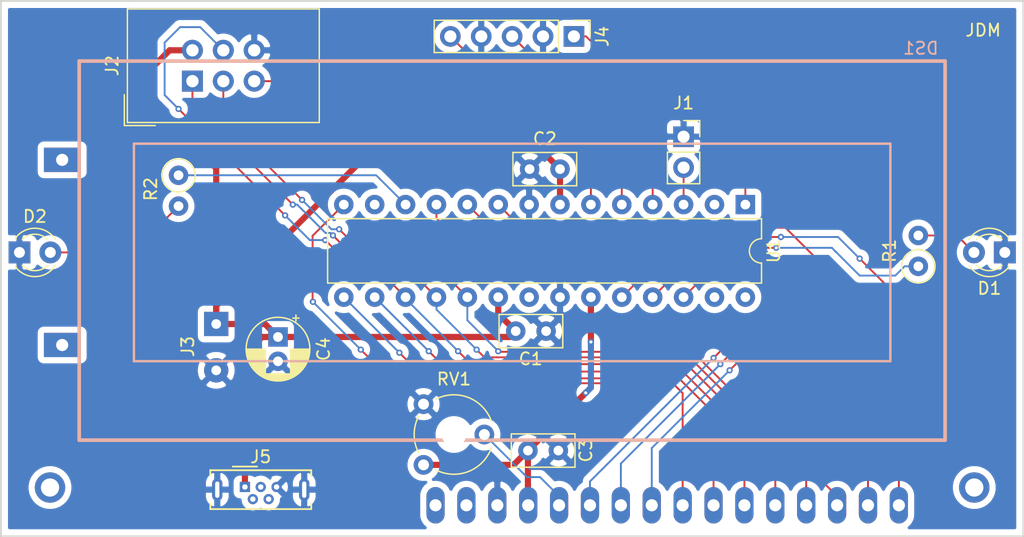
<source format=kicad_pcb>
(kicad_pcb (version 20171130) (host pcbnew "(5.1.4-0-10_14)")

  (general
    (thickness 1.6)
    (drawings 5)
    (tracks 214)
    (zones 0)
    (modules 16)
    (nets 35)
  )

  (page A4)
  (layers
    (0 F.Cu signal)
    (31 B.Cu signal)
    (32 B.Adhes user hide)
    (33 F.Adhes user hide)
    (34 B.Paste user hide)
    (35 F.Paste user hide)
    (36 B.SilkS user)
    (37 F.SilkS user)
    (38 B.Mask user hide)
    (39 F.Mask user hide)
    (40 Dwgs.User user hide)
    (41 Cmts.User user hide)
    (42 Eco1.User user hide)
    (43 Eco2.User user hide)
    (44 Edge.Cuts user)
    (45 Margin user hide)
    (46 B.CrtYd user)
    (47 F.CrtYd user)
    (48 B.Fab user hide)
    (49 F.Fab user hide)
  )

  (setup
    (last_trace_width 0.1524)
    (user_trace_width 0.254)
    (user_trace_width 0.4064)
    (user_trace_width 0.508)
    (user_trace_width 0.8128)
    (trace_clearance 0.1524)
    (zone_clearance 0.508)
    (zone_45_only no)
    (trace_min 0.1524)
    (via_size 0.508)
    (via_drill 0.254)
    (via_min_size 0.508)
    (via_min_drill 0.254)
    (uvia_size 0.508)
    (uvia_drill 0.254)
    (uvias_allowed no)
    (uvia_min_size 0.508)
    (uvia_min_drill 0.254)
    (edge_width 0.15)
    (segment_width 0.2)
    (pcb_text_width 0.3)
    (pcb_text_size 1.5 1.5)
    (mod_edge_width 0.15)
    (mod_text_size 1 1)
    (mod_text_width 0.15)
    (pad_size 1.524 1.524)
    (pad_drill 0.762)
    (pad_to_mask_clearance 0.051)
    (solder_mask_min_width 0.25)
    (aux_axis_origin 0 0)
    (visible_elements FFFFFF7F)
    (pcbplotparams
      (layerselection 0x010fc_ffffffff)
      (usegerberextensions false)
      (usegerberattributes false)
      (usegerberadvancedattributes false)
      (creategerberjobfile false)
      (excludeedgelayer true)
      (linewidth 0.100000)
      (plotframeref false)
      (viasonmask false)
      (mode 1)
      (useauxorigin false)
      (hpglpennumber 1)
      (hpglpenspeed 20)
      (hpglpendiameter 15.000000)
      (psnegative false)
      (psa4output false)
      (plotreference true)
      (plotvalue true)
      (plotinvisibletext false)
      (padsonsilk false)
      (subtractmaskfromsilk false)
      (outputformat 1)
      (mirror false)
      (drillshape 1)
      (scaleselection 1)
      (outputdirectory ""))
  )

  (net 0 "")
  (net 1 GND)
  (net 2 VDD)
  (net 3 /POWLCD)
  (net 4 "Net-(D1-Pad2)")
  (net 5 "Net-(D2-Pad2)")
  (net 6 "Net-(DS1-Pad16)")
  (net 7 "Net-(DS1-Pad15)")
  (net 8 "Net-(DS1-Pad3)")
  (net 9 /RS)
  (net 10 /RW)
  (net 11 /E)
  (net 12 /D0)
  (net 13 /D1)
  (net 14 /D2)
  (net 15 /D3)
  (net 16 /D4)
  (net 17 /D5)
  (net 18 /D6)
  (net 19 /D7)
  (net 20 /TX)
  (net 21 /RST)
  (net 22 /RLED)
  (net 23 /LLED)
  (net 24 "Net-(U1-Pad28)")
  (net 25 "Net-(U1-Pad27)")
  (net 26 /B)
  (net 27 "Net-(U1-Pad21)")
  (net 28 /A)
  (net 29 /BTN)
  (net 30 "Net-(U1-Pad2)")
  (net 31 "Net-(U1-Pad13)")
  (net 32 "Net-(J5-Pad4)")
  (net 33 "Net-(J5-Pad3)")
  (net 34 "Net-(J5-Pad2)")

  (net_class Default "This is the default net class."
    (clearance 0.1524)
    (trace_width 0.1524)
    (via_dia 0.508)
    (via_drill 0.254)
    (uvia_dia 0.508)
    (uvia_drill 0.254)
    (diff_pair_width 0.1524)
    (diff_pair_gap 0.1524)
    (add_net /A)
    (add_net /B)
    (add_net /BTN)
    (add_net /D0)
    (add_net /D1)
    (add_net /D2)
    (add_net /D3)
    (add_net /D4)
    (add_net /D5)
    (add_net /D6)
    (add_net /D7)
    (add_net /E)
    (add_net /LLED)
    (add_net /POWLCD)
    (add_net /RLED)
    (add_net /RS)
    (add_net /RST)
    (add_net /RW)
    (add_net /TX)
    (add_net GND)
    (add_net "Net-(D1-Pad2)")
    (add_net "Net-(D2-Pad2)")
    (add_net "Net-(DS1-Pad15)")
    (add_net "Net-(DS1-Pad16)")
    (add_net "Net-(DS1-Pad3)")
    (add_net "Net-(J5-Pad2)")
    (add_net "Net-(J5-Pad3)")
    (add_net "Net-(J5-Pad4)")
    (add_net "Net-(U1-Pad13)")
    (add_net "Net-(U1-Pad2)")
    (add_net "Net-(U1-Pad21)")
    (add_net "Net-(U1-Pad27)")
    (add_net "Net-(U1-Pad28)")
    (add_net VDD)
  )

  (module Connector_USB:USB_Micro-B_Wuerth_614105150721_Vertical (layer F.Cu) (tedit 5A142044) (tstamp 5E42B7E9)
    (at 105.029 95.504)
    (descr "USB Micro-B receptacle, through-hole, vertical, http://katalog.we-online.de/em/datasheet/614105150721.pdf")
    (tags "usb micro receptacle vertical")
    (path /5E4AC656)
    (fp_text reference J5 (at 1.3 -2.48) (layer F.SilkS)
      (effects (font (size 1 1) (thickness 0.15)))
    )
    (fp_text value USB_B_Micro (at 1.3 2.92) (layer F.Fab)
      (effects (font (size 1 1) (thickness 0.15)))
    )
    (fp_text user %R (at 1.3 0.22) (layer F.Fab)
      (effects (font (size 1 1) (thickness 0.15)))
    )
    (fp_line (start 5.8 -1.73) (end -3.2 -1.73) (layer F.CrtYd) (width 0.05))
    (fp_line (start 5.8 2.17) (end 5.8 -1.73) (layer F.CrtYd) (width 0.05))
    (fp_line (start -3.2 2.17) (end 5.8 2.17) (layer F.CrtYd) (width 0.05))
    (fp_line (start -3.2 -1.73) (end -3.2 2.17) (layer F.CrtYd) (width 0.05))
    (fp_line (start -1 -1.68) (end 1 -1.68) (layer F.SilkS) (width 0.15))
    (fp_line (start 5.45 1.82) (end 5.45 1.345) (layer F.SilkS) (width 0.15))
    (fp_line (start -2.85 1.82) (end 5.45 1.82) (layer F.SilkS) (width 0.15))
    (fp_line (start -2.85 1.345) (end -2.85 1.82) (layer F.SilkS) (width 0.15))
    (fp_line (start 5.45 -1.38) (end 5.45 -0.905) (layer F.SilkS) (width 0.15))
    (fp_line (start -2.85 -1.38) (end 5.45 -1.38) (layer F.SilkS) (width 0.15))
    (fp_line (start -2.85 -0.905) (end -2.85 -1.38) (layer F.SilkS) (width 0.15))
    (fp_line (start -2.7 1.67) (end -2.7 -1.23) (layer F.Fab) (width 0.15))
    (fp_line (start 5.3 1.67) (end -2.7 1.67) (layer F.Fab) (width 0.15))
    (fp_line (start 5.3 -1.23) (end 5.3 1.67) (layer F.Fab) (width 0.15))
    (fp_line (start 1 -1.23) (end 5.3 -1.23) (layer F.Fab) (width 0.15))
    (fp_line (start 0 -0.23) (end 1 -1.23) (layer F.Fab) (width 0.15))
    (fp_line (start -1 -1.23) (end 0 -0.23) (layer F.Fab) (width 0.15))
    (fp_line (start -2.7 -1.23) (end -1 -1.23) (layer F.Fab) (width 0.15))
    (pad 6 thru_hole oval (at 4.875 0.22) (size 0.85 1.85) (drill oval 0.35 1.35) (layers *.Cu *.Mask)
      (net 1 GND))
    (pad 6 thru_hole oval (at -2.275 0.22) (size 0.85 1.85) (drill oval 0.35 1.35) (layers *.Cu *.Mask)
      (net 1 GND))
    (pad 5 thru_hole circle (at 2.6 0) (size 0.84 0.84) (drill 0.44) (layers *.Cu *.Mask)
      (net 1 GND))
    (pad 4 thru_hole circle (at 1.95 1) (size 0.84 0.84) (drill 0.44) (layers *.Cu *.Mask)
      (net 32 "Net-(J5-Pad4)"))
    (pad 3 thru_hole circle (at 1.3 0) (size 0.84 0.84) (drill 0.44) (layers *.Cu *.Mask)
      (net 33 "Net-(J5-Pad3)"))
    (pad 2 thru_hole circle (at 0.65 1) (size 0.84 0.84) (drill 0.44) (layers *.Cu *.Mask)
      (net 34 "Net-(J5-Pad2)"))
    (pad 1 thru_hole rect (at 0 0) (size 0.84 0.84) (drill 0.44) (layers *.Cu *.Mask)
      (net 2 VDD))
    (model ${KISYS3DMOD}/Connector_USB.3dshapes/USB_Micro-B_Wuerth_614105150721_Vertical.wrl
      (at (xyz 0 0 0))
      (scale (xyz 1 1 1))
      (rotate (xyz 0 0 0))
    )
  )

  (module Connector_PinHeader_2.54mm:PinHeader_1x05_P2.54mm_Vertical (layer F.Cu) (tedit 59FED5CC) (tstamp 5E428BFF)
    (at 132.08 58.42 270)
    (descr "Through hole straight pin header, 1x05, 2.54mm pitch, single row")
    (tags "Through hole pin header THT 1x05 2.54mm single row")
    (path /5E42973B)
    (fp_text reference J4 (at 0 -2.33 90) (layer F.SilkS)
      (effects (font (size 1 1) (thickness 0.15)))
    )
    (fp_text value Conn_01x05_Male (at 0 12.49 90) (layer F.Fab)
      (effects (font (size 1 1) (thickness 0.15)))
    )
    (fp_text user %R (at 0 5.08) (layer F.Fab)
      (effects (font (size 1 1) (thickness 0.15)))
    )
    (fp_line (start 1.8 -1.8) (end -1.8 -1.8) (layer F.CrtYd) (width 0.05))
    (fp_line (start 1.8 11.95) (end 1.8 -1.8) (layer F.CrtYd) (width 0.05))
    (fp_line (start -1.8 11.95) (end 1.8 11.95) (layer F.CrtYd) (width 0.05))
    (fp_line (start -1.8 -1.8) (end -1.8 11.95) (layer F.CrtYd) (width 0.05))
    (fp_line (start -1.33 -1.33) (end 0 -1.33) (layer F.SilkS) (width 0.12))
    (fp_line (start -1.33 0) (end -1.33 -1.33) (layer F.SilkS) (width 0.12))
    (fp_line (start -1.33 1.27) (end 1.33 1.27) (layer F.SilkS) (width 0.12))
    (fp_line (start 1.33 1.27) (end 1.33 11.49) (layer F.SilkS) (width 0.12))
    (fp_line (start -1.33 1.27) (end -1.33 11.49) (layer F.SilkS) (width 0.12))
    (fp_line (start -1.33 11.49) (end 1.33 11.49) (layer F.SilkS) (width 0.12))
    (fp_line (start -1.27 -0.635) (end -0.635 -1.27) (layer F.Fab) (width 0.1))
    (fp_line (start -1.27 11.43) (end -1.27 -0.635) (layer F.Fab) (width 0.1))
    (fp_line (start 1.27 11.43) (end -1.27 11.43) (layer F.Fab) (width 0.1))
    (fp_line (start 1.27 -1.27) (end 1.27 11.43) (layer F.Fab) (width 0.1))
    (fp_line (start -0.635 -1.27) (end 1.27 -1.27) (layer F.Fab) (width 0.1))
    (pad 5 thru_hole oval (at 0 10.16 270) (size 1.7 1.7) (drill 1) (layers *.Cu *.Mask)
      (net 26 /B))
    (pad 4 thru_hole oval (at 0 7.62 270) (size 1.7 1.7) (drill 1) (layers *.Cu *.Mask)
      (net 1 GND))
    (pad 3 thru_hole oval (at 0 5.08 270) (size 1.7 1.7) (drill 1) (layers *.Cu *.Mask)
      (net 28 /A))
    (pad 2 thru_hole oval (at 0 2.54 270) (size 1.7 1.7) (drill 1) (layers *.Cu *.Mask)
      (net 1 GND))
    (pad 1 thru_hole rect (at 0 0 270) (size 1.7 1.7) (drill 1) (layers *.Cu *.Mask)
      (net 29 /BTN))
    (model ${KISYS3DMOD}/Connector_PinHeader_2.54mm.3dshapes/PinHeader_1x05_P2.54mm_Vertical.wrl
      (at (xyz 0 0 0))
      (scale (xyz 1 1 1))
      (rotate (xyz 0 0 0))
    )
  )

  (module Package_DIP:DIP-28_W7.62mm (layer F.Cu) (tedit 5A02E8C5) (tstamp 5E423EEE)
    (at 146.177 72.263 270)
    (descr "28-lead though-hole mounted DIP package, row spacing 7.62 mm (300 mils)")
    (tags "THT DIP DIL PDIP 2.54mm 7.62mm 300mil")
    (path /5E40947C)
    (fp_text reference U1 (at 3.81 -2.33 90) (layer F.SilkS)
      (effects (font (size 1 1) (thickness 0.15)))
    )
    (fp_text value ATmega328P-PU (at 3.81 35.35 90) (layer F.Fab)
      (effects (font (size 1 1) (thickness 0.15)))
    )
    (fp_text user %R (at 3.81 16.51 90) (layer F.Fab)
      (effects (font (size 1 1) (thickness 0.15)))
    )
    (fp_line (start 8.7 -1.55) (end -1.1 -1.55) (layer F.CrtYd) (width 0.05))
    (fp_line (start 8.7 34.55) (end 8.7 -1.55) (layer F.CrtYd) (width 0.05))
    (fp_line (start -1.1 34.55) (end 8.7 34.55) (layer F.CrtYd) (width 0.05))
    (fp_line (start -1.1 -1.55) (end -1.1 34.55) (layer F.CrtYd) (width 0.05))
    (fp_line (start 6.46 -1.33) (end 4.81 -1.33) (layer F.SilkS) (width 0.12))
    (fp_line (start 6.46 34.35) (end 6.46 -1.33) (layer F.SilkS) (width 0.12))
    (fp_line (start 1.16 34.35) (end 6.46 34.35) (layer F.SilkS) (width 0.12))
    (fp_line (start 1.16 -1.33) (end 1.16 34.35) (layer F.SilkS) (width 0.12))
    (fp_line (start 2.81 -1.33) (end 1.16 -1.33) (layer F.SilkS) (width 0.12))
    (fp_line (start 0.635 -0.27) (end 1.635 -1.27) (layer F.Fab) (width 0.1))
    (fp_line (start 0.635 34.29) (end 0.635 -0.27) (layer F.Fab) (width 0.1))
    (fp_line (start 6.985 34.29) (end 0.635 34.29) (layer F.Fab) (width 0.1))
    (fp_line (start 6.985 -1.27) (end 6.985 34.29) (layer F.Fab) (width 0.1))
    (fp_line (start 1.635 -1.27) (end 6.985 -1.27) (layer F.Fab) (width 0.1))
    (fp_arc (start 3.81 -1.33) (end 2.81 -1.33) (angle -180) (layer F.SilkS) (width 0.12))
    (pad 28 thru_hole oval (at 7.62 0 270) (size 1.6 1.6) (drill 0.8) (layers *.Cu *.Mask)
      (net 24 "Net-(U1-Pad28)"))
    (pad 14 thru_hole oval (at 0 33.02 270) (size 1.6 1.6) (drill 0.8) (layers *.Cu *.Mask)
      (net 12 /D0))
    (pad 27 thru_hole oval (at 7.62 2.54 270) (size 1.6 1.6) (drill 0.8) (layers *.Cu *.Mask)
      (net 25 "Net-(U1-Pad27)"))
    (pad 13 thru_hole oval (at 0 30.48 270) (size 1.6 1.6) (drill 0.8) (layers *.Cu *.Mask)
      (net 31 "Net-(U1-Pad13)"))
    (pad 26 thru_hole oval (at 7.62 5.08 270) (size 1.6 1.6) (drill 0.8) (layers *.Cu *.Mask)
      (net 9 /RS))
    (pad 12 thru_hole oval (at 0 27.94 270) (size 1.6 1.6) (drill 0.8) (layers *.Cu *.Mask)
      (net 23 /LLED))
    (pad 25 thru_hole oval (at 7.62 7.62 270) (size 1.6 1.6) (drill 0.8) (layers *.Cu *.Mask)
      (net 10 /RW))
    (pad 11 thru_hole oval (at 0 25.4 270) (size 1.6 1.6) (drill 0.8) (layers *.Cu *.Mask)
      (net 22 /RLED))
    (pad 24 thru_hole oval (at 7.62 10.16 270) (size 1.6 1.6) (drill 0.8) (layers *.Cu *.Mask)
      (net 11 /E))
    (pad 10 thru_hole oval (at 0 22.86 270) (size 1.6 1.6) (drill 0.8) (layers *.Cu *.Mask)
      (net 19 /D7))
    (pad 23 thru_hole oval (at 7.62 12.7 270) (size 1.6 1.6) (drill 0.8) (layers *.Cu *.Mask)
      (net 3 /POWLCD))
    (pad 9 thru_hole oval (at 0 20.32 270) (size 1.6 1.6) (drill 0.8) (layers *.Cu *.Mask)
      (net 18 /D6))
    (pad 22 thru_hole oval (at 7.62 15.24 270) (size 1.6 1.6) (drill 0.8) (layers *.Cu *.Mask)
      (net 1 GND))
    (pad 8 thru_hole oval (at 0 17.78 270) (size 1.6 1.6) (drill 0.8) (layers *.Cu *.Mask)
      (net 1 GND))
    (pad 21 thru_hole oval (at 7.62 17.78 270) (size 1.6 1.6) (drill 0.8) (layers *.Cu *.Mask)
      (net 27 "Net-(U1-Pad21)"))
    (pad 7 thru_hole oval (at 0 15.24 270) (size 1.6 1.6) (drill 0.8) (layers *.Cu *.Mask)
      (net 2 VDD))
    (pad 20 thru_hole oval (at 7.62 20.32 270) (size 1.6 1.6) (drill 0.8) (layers *.Cu *.Mask)
      (net 2 VDD))
    (pad 6 thru_hole oval (at 0 12.7 270) (size 1.6 1.6) (drill 0.8) (layers *.Cu *.Mask)
      (net 26 /B))
    (pad 19 thru_hole oval (at 7.62 22.86 270) (size 1.6 1.6) (drill 0.8) (layers *.Cu *.Mask)
      (net 17 /D5))
    (pad 5 thru_hole oval (at 0 10.16 270) (size 1.6 1.6) (drill 0.8) (layers *.Cu *.Mask)
      (net 28 /A))
    (pad 18 thru_hole oval (at 7.62 25.4 270) (size 1.6 1.6) (drill 0.8) (layers *.Cu *.Mask)
      (net 16 /D4))
    (pad 4 thru_hole oval (at 0 7.62 270) (size 1.6 1.6) (drill 0.8) (layers *.Cu *.Mask)
      (net 29 /BTN))
    (pad 17 thru_hole oval (at 7.62 27.94 270) (size 1.6 1.6) (drill 0.8) (layers *.Cu *.Mask)
      (net 15 /D3))
    (pad 3 thru_hole oval (at 0 5.08 270) (size 1.6 1.6) (drill 0.8) (layers *.Cu *.Mask)
      (net 20 /TX))
    (pad 16 thru_hole oval (at 7.62 30.48 270) (size 1.6 1.6) (drill 0.8) (layers *.Cu *.Mask)
      (net 14 /D2))
    (pad 2 thru_hole oval (at 0 2.54 270) (size 1.6 1.6) (drill 0.8) (layers *.Cu *.Mask)
      (net 30 "Net-(U1-Pad2)"))
    (pad 15 thru_hole oval (at 7.62 33.02 270) (size 1.6 1.6) (drill 0.8) (layers *.Cu *.Mask)
      (net 13 /D1))
    (pad 1 thru_hole rect (at 0 0 270) (size 1.6 1.6) (drill 0.8) (layers *.Cu *.Mask)
      (net 21 /RST))
    (model ${KISYS3DMOD}/Package_DIP.3dshapes/DIP-28_W7.62mm.wrl
      (at (xyz 0 0 0))
      (scale (xyz 1 1 1))
      (rotate (xyz 0 0 0))
    )
  )

  (module Potentiometer_THT:Potentiometer_Piher_PT-6-V_Vertical_Hole (layer F.Cu) (tedit 5A3D4993) (tstamp 5E423EA5)
    (at 119.714 93.686)
    (descr "Potentiometer, vertical, shaft hole, Piher PT-6-V, http://www.piher-nacesa.com/pdf/11-PT6v03.pdf")
    (tags "Potentiometer vertical hole Piher PT-6-V")
    (path /5E44ED49)
    (fp_text reference RV1 (at 2.5 -7.06) (layer F.SilkS)
      (effects (font (size 1 1) (thickness 0.15)))
    )
    (fp_text value 10k (at 2.5 2.06) (layer F.Fab)
      (effects (font (size 1 1) (thickness 0.15)))
    )
    (fp_text user %R (at 0.55 -2.5 -270) (layer F.Fab)
      (effects (font (size 1 1) (thickness 0.15)))
    )
    (fp_line (start 6.1 -6.1) (end -1.1 -6.1) (layer F.CrtYd) (width 0.05))
    (fp_line (start 6.1 1.1) (end 6.1 -6.1) (layer F.CrtYd) (width 0.05))
    (fp_line (start -1.1 1.1) (end 6.1 1.1) (layer F.CrtYd) (width 0.05))
    (fp_line (start -1.1 -6.1) (end -1.1 1.1) (layer F.CrtYd) (width 0.05))
    (fp_circle (center 2.5 -2.5) (end 5.65 -2.5) (layer F.Fab) (width 0.1))
    (fp_arc (start 2.5 -2.5) (end 1.015 0.414) (angle -28) (layer F.SilkS) (width 0.12))
    (fp_arc (start 2.5 -2.5) (end -0.414 -3.984) (angle -54) (layer F.SilkS) (width 0.12))
    (fp_arc (start 2.5 -2.5) (end 5.592 -3.564) (angle -98) (layer F.SilkS) (width 0.12))
    (fp_arc (start 2.5 -2.5) (end 2.5 0.77) (angle -71) (layer F.SilkS) (width 0.12))
    (pad "" np_thru_hole circle (at 2.5 -2.5) (size 2 2) (drill 2) (layers *.Cu *.Mask))
    (pad 1 thru_hole circle (at 0 0) (size 1.62 1.62) (drill 0.9) (layers *.Cu *.Mask)
      (net 3 /POWLCD))
    (pad 2 thru_hole circle (at 5 -2.5) (size 1.62 1.62) (drill 0.9) (layers *.Cu *.Mask)
      (net 8 "Net-(DS1-Pad3)"))
    (pad 3 thru_hole circle (at 0 -5) (size 1.62 1.62) (drill 0.9) (layers *.Cu *.Mask)
      (net 1 GND))
    (model ${KISYS3DMOD}/Potentiometer_THT.3dshapes/Potentiometer_Piher_PT-6-V_Vertical_Hole.wrl
      (at (xyz 0 0 0))
      (scale (xyz 1 1 1))
      (rotate (xyz 0 0 0))
    )
  )

  (module Resistor_THT:R_Axial_DIN0207_L6.3mm_D2.5mm_P2.54mm_Vertical (layer F.Cu) (tedit 5AE5139B) (tstamp 5E423E93)
    (at 99.568 69.85 270)
    (descr "Resistor, Axial_DIN0207 series, Axial, Vertical, pin pitch=2.54mm, 0.25W = 1/4W, length*diameter=6.3*2.5mm^2, http://cdn-reichelt.de/documents/datenblatt/B400/1_4W%23YAG.pdf")
    (tags "Resistor Axial_DIN0207 series Axial Vertical pin pitch 2.54mm 0.25W = 1/4W length 6.3mm diameter 2.5mm")
    (path /5E44EE77)
    (fp_text reference R2 (at 1.143 2.286 90) (layer F.SilkS)
      (effects (font (size 1 1) (thickness 0.15)))
    )
    (fp_text value 220 (at 1.27 2.37 90) (layer F.Fab)
      (effects (font (size 1 1) (thickness 0.15)))
    )
    (fp_text user %R (at 1.27 -2.37 90) (layer F.Fab)
      (effects (font (size 1 1) (thickness 0.15)))
    )
    (fp_line (start 3.59 -1.5) (end -1.5 -1.5) (layer F.CrtYd) (width 0.05))
    (fp_line (start 3.59 1.5) (end 3.59 -1.5) (layer F.CrtYd) (width 0.05))
    (fp_line (start -1.5 1.5) (end 3.59 1.5) (layer F.CrtYd) (width 0.05))
    (fp_line (start -1.5 -1.5) (end -1.5 1.5) (layer F.CrtYd) (width 0.05))
    (fp_line (start 1.37 0) (end 1.44 0) (layer F.SilkS) (width 0.12))
    (fp_line (start 0 0) (end 2.54 0) (layer F.Fab) (width 0.1))
    (fp_circle (center 0 0) (end 1.37 0) (layer F.SilkS) (width 0.12))
    (fp_circle (center 0 0) (end 1.25 0) (layer F.Fab) (width 0.1))
    (pad 2 thru_hole oval (at 2.54 0 270) (size 1.6 1.6) (drill 0.8) (layers *.Cu *.Mask)
      (net 5 "Net-(D2-Pad2)"))
    (pad 1 thru_hole circle (at 0 0 270) (size 1.6 1.6) (drill 0.8) (layers *.Cu *.Mask)
      (net 23 /LLED))
    (model ${KISYS3DMOD}/Resistor_THT.3dshapes/R_Axial_DIN0207_L6.3mm_D2.5mm_P2.54mm_Vertical.wrl
      (at (xyz 0 0 0))
      (scale (xyz 1 1 1))
      (rotate (xyz 0 0 0))
    )
  )

  (module Resistor_THT:R_Axial_DIN0207_L6.3mm_D2.5mm_P2.54mm_Vertical (layer F.Cu) (tedit 5AE5139B) (tstamp 5E423E84)
    (at 160.401 77.343 90)
    (descr "Resistor, Axial_DIN0207 series, Axial, Vertical, pin pitch=2.54mm, 0.25W = 1/4W, length*diameter=6.3*2.5mm^2, http://cdn-reichelt.de/documents/datenblatt/B400/1_4W%23YAG.pdf")
    (tags "Resistor Axial_DIN0207 series Axial Vertical pin pitch 2.54mm 0.25W = 1/4W length 6.3mm diameter 2.5mm")
    (path /5E44E9B8)
    (fp_text reference R1 (at 1.27 -2.37 90) (layer F.SilkS)
      (effects (font (size 1 1) (thickness 0.15)))
    )
    (fp_text value 220 (at 1.27 2.37 90) (layer F.Fab)
      (effects (font (size 1 1) (thickness 0.15)))
    )
    (fp_text user %R (at 1.27 -2.37 90) (layer F.Fab)
      (effects (font (size 1 1) (thickness 0.15)))
    )
    (fp_line (start 3.59 -1.5) (end -1.5 -1.5) (layer F.CrtYd) (width 0.05))
    (fp_line (start 3.59 1.5) (end 3.59 -1.5) (layer F.CrtYd) (width 0.05))
    (fp_line (start -1.5 1.5) (end 3.59 1.5) (layer F.CrtYd) (width 0.05))
    (fp_line (start -1.5 -1.5) (end -1.5 1.5) (layer F.CrtYd) (width 0.05))
    (fp_line (start 1.37 0) (end 1.44 0) (layer F.SilkS) (width 0.12))
    (fp_line (start 0 0) (end 2.54 0) (layer F.Fab) (width 0.1))
    (fp_circle (center 0 0) (end 1.37 0) (layer F.SilkS) (width 0.12))
    (fp_circle (center 0 0) (end 1.25 0) (layer F.Fab) (width 0.1))
    (pad 2 thru_hole oval (at 2.54 0 90) (size 1.6 1.6) (drill 0.8) (layers *.Cu *.Mask)
      (net 4 "Net-(D1-Pad2)"))
    (pad 1 thru_hole circle (at 0 0 90) (size 1.6 1.6) (drill 0.8) (layers *.Cu *.Mask)
      (net 22 /RLED))
    (model ${KISYS3DMOD}/Resistor_THT.3dshapes/R_Axial_DIN0207_L6.3mm_D2.5mm_P2.54mm_Vertical.wrl
      (at (xyz 0 0 0))
      (scale (xyz 1 1 1))
      (rotate (xyz 0 0 0))
    )
  )

  (module Connector_Wire:SolderWirePad_1x02_P3.81mm_Drill0.8mm (layer F.Cu) (tedit 5AEE54BF) (tstamp 5E423E75)
    (at 102.6668 82.0928 270)
    (descr "Wire solder connection")
    (tags connector)
    (path /5E484B35)
    (attr virtual)
    (fp_text reference J3 (at 1.8542 2.3368 90) (layer F.SilkS)
      (effects (font (size 1 1) (thickness 0.15)))
    )
    (fp_text value Conn_01x02 (at 1.905 2.54 90) (layer F.Fab)
      (effects (font (size 1 1) (thickness 0.15)))
    )
    (fp_line (start 5.31 1.5) (end -1.49 1.5) (layer F.CrtYd) (width 0.05))
    (fp_line (start 5.31 1.5) (end 5.31 -1.5) (layer F.CrtYd) (width 0.05))
    (fp_line (start -1.49 -1.5) (end -1.49 1.5) (layer F.CrtYd) (width 0.05))
    (fp_line (start -1.49 -1.5) (end 5.31 -1.5) (layer F.CrtYd) (width 0.05))
    (fp_text user %R (at 0 0.5715 90) (layer F.Fab)
      (effects (font (size 1 1) (thickness 0.15)))
    )
    (pad 2 thru_hole circle (at 3.81 0 270) (size 1.99898 1.99898) (drill 0.8001) (layers *.Cu *.Mask)
      (net 1 GND))
    (pad 1 thru_hole rect (at 0 0 270) (size 1.99898 1.99898) (drill 0.8001) (layers *.Cu *.Mask)
      (net 2 VDD))
  )

  (module Connector_IDC:IDC-Header_2x03_P2.54mm_Vertical (layer F.Cu) (tedit 59DE0819) (tstamp 5E423E6A)
    (at 100.711 62.103 90)
    (descr "Through hole straight IDC box header, 2x03, 2.54mm pitch, double rows")
    (tags "Through hole IDC box header THT 2x03 2.54mm double row")
    (path /5E4170C6)
    (fp_text reference J2 (at 1.27 -6.604 90) (layer F.SilkS)
      (effects (font (size 1 1) (thickness 0.15)))
    )
    (fp_text value AVR-ISP-6 (at 1.27 11.684 90) (layer F.Fab)
      (effects (font (size 1 1) (thickness 0.15)))
    )
    (fp_line (start -3.655 -5.6) (end -1.115 -5.6) (layer F.SilkS) (width 0.12))
    (fp_line (start -3.655 -5.6) (end -3.655 -3.06) (layer F.SilkS) (width 0.12))
    (fp_line (start -3.405 -5.35) (end 5.945 -5.35) (layer F.SilkS) (width 0.12))
    (fp_line (start -3.405 10.43) (end -3.405 -5.35) (layer F.SilkS) (width 0.12))
    (fp_line (start 5.945 10.43) (end -3.405 10.43) (layer F.SilkS) (width 0.12))
    (fp_line (start 5.945 -5.35) (end 5.945 10.43) (layer F.SilkS) (width 0.12))
    (fp_line (start -3.41 -5.35) (end 5.95 -5.35) (layer F.CrtYd) (width 0.05))
    (fp_line (start -3.41 10.43) (end -3.41 -5.35) (layer F.CrtYd) (width 0.05))
    (fp_line (start 5.95 10.43) (end -3.41 10.43) (layer F.CrtYd) (width 0.05))
    (fp_line (start 5.95 -5.35) (end 5.95 10.43) (layer F.CrtYd) (width 0.05))
    (fp_line (start -3.155 10.18) (end -2.605 9.62) (layer F.Fab) (width 0.1))
    (fp_line (start -3.155 -5.1) (end -2.605 -4.56) (layer F.Fab) (width 0.1))
    (fp_line (start 5.695 10.18) (end 5.145 9.62) (layer F.Fab) (width 0.1))
    (fp_line (start 5.695 -5.1) (end 5.145 -4.56) (layer F.Fab) (width 0.1))
    (fp_line (start 5.145 9.62) (end -2.605 9.62) (layer F.Fab) (width 0.1))
    (fp_line (start 5.695 10.18) (end -3.155 10.18) (layer F.Fab) (width 0.1))
    (fp_line (start 5.145 -4.56) (end -2.605 -4.56) (layer F.Fab) (width 0.1))
    (fp_line (start 5.695 -5.1) (end -3.155 -5.1) (layer F.Fab) (width 0.1))
    (fp_line (start -2.605 4.79) (end -3.155 4.79) (layer F.Fab) (width 0.1))
    (fp_line (start -2.605 0.29) (end -3.155 0.29) (layer F.Fab) (width 0.1))
    (fp_line (start -2.605 4.79) (end -2.605 9.62) (layer F.Fab) (width 0.1))
    (fp_line (start -2.605 -4.56) (end -2.605 0.29) (layer F.Fab) (width 0.1))
    (fp_line (start -3.155 -5.1) (end -3.155 10.18) (layer F.Fab) (width 0.1))
    (fp_line (start 5.145 -4.56) (end 5.145 9.62) (layer F.Fab) (width 0.1))
    (fp_line (start 5.695 -5.1) (end 5.695 10.18) (layer F.Fab) (width 0.1))
    (fp_text user %R (at 1.27 2.54 90) (layer F.Fab)
      (effects (font (size 1 1) (thickness 0.15)))
    )
    (pad 6 thru_hole oval (at 2.54 5.08 90) (size 1.7272 1.7272) (drill 1.016) (layers *.Cu *.Mask)
      (net 1 GND))
    (pad 5 thru_hole oval (at 0 5.08 90) (size 1.7272 1.7272) (drill 1.016) (layers *.Cu *.Mask)
      (net 21 /RST))
    (pad 4 thru_hole oval (at 2.54 2.54 90) (size 1.7272 1.7272) (drill 1.016) (layers *.Cu *.Mask)
      (net 15 /D3))
    (pad 3 thru_hole oval (at 0 2.54 90) (size 1.7272 1.7272) (drill 1.016) (layers *.Cu *.Mask)
      (net 17 /D5))
    (pad 2 thru_hole oval (at 2.54 0 90) (size 1.7272 1.7272) (drill 1.016) (layers *.Cu *.Mask)
      (net 2 VDD))
    (pad 1 thru_hole rect (at 0 0 90) (size 1.7272 1.7272) (drill 1.016) (layers *.Cu *.Mask)
      (net 16 /D4))
    (model ${KISYS3DMOD}/Connector_IDC.3dshapes/IDC-Header_2x03_P2.54mm_Vertical.wrl
      (at (xyz 0 0 0))
      (scale (xyz 1 1 1))
      (rotate (xyz 0 0 0))
    )
  )

  (module Connector_PinSocket_2.54mm:PinSocket_1x02_P2.54mm_Vertical (layer F.Cu) (tedit 5A19A420) (tstamp 5E4294F1)
    (at 141.097 66.675)
    (descr "Through hole straight socket strip, 1x02, 2.54mm pitch, single row (from Kicad 4.0.7), script generated")
    (tags "Through hole socket strip THT 1x02 2.54mm single row")
    (path /5E41AB35)
    (fp_text reference J1 (at 0 -2.77) (layer F.SilkS)
      (effects (font (size 1 1) (thickness 0.15)))
    )
    (fp_text value Conn_01x02_Female (at 0 5.31) (layer F.Fab)
      (effects (font (size 1 1) (thickness 0.15)))
    )
    (fp_text user %R (at 0 1.27 90) (layer F.Fab)
      (effects (font (size 1 1) (thickness 0.15)))
    )
    (fp_line (start -1.8 4.3) (end -1.8 -1.8) (layer F.CrtYd) (width 0.05))
    (fp_line (start 1.75 4.3) (end -1.8 4.3) (layer F.CrtYd) (width 0.05))
    (fp_line (start 1.75 -1.8) (end 1.75 4.3) (layer F.CrtYd) (width 0.05))
    (fp_line (start -1.8 -1.8) (end 1.75 -1.8) (layer F.CrtYd) (width 0.05))
    (fp_line (start 0 -1.33) (end 1.33 -1.33) (layer F.SilkS) (width 0.12))
    (fp_line (start 1.33 -1.33) (end 1.33 0) (layer F.SilkS) (width 0.12))
    (fp_line (start 1.33 1.27) (end 1.33 3.87) (layer F.SilkS) (width 0.12))
    (fp_line (start -1.33 3.87) (end 1.33 3.87) (layer F.SilkS) (width 0.12))
    (fp_line (start -1.33 1.27) (end -1.33 3.87) (layer F.SilkS) (width 0.12))
    (fp_line (start -1.33 1.27) (end 1.33 1.27) (layer F.SilkS) (width 0.12))
    (fp_line (start -1.27 3.81) (end -1.27 -1.27) (layer F.Fab) (width 0.1))
    (fp_line (start 1.27 3.81) (end -1.27 3.81) (layer F.Fab) (width 0.1))
    (fp_line (start 1.27 -0.635) (end 1.27 3.81) (layer F.Fab) (width 0.1))
    (fp_line (start 0.635 -1.27) (end 1.27 -0.635) (layer F.Fab) (width 0.1))
    (fp_line (start -1.27 -1.27) (end 0.635 -1.27) (layer F.Fab) (width 0.1))
    (pad 2 thru_hole oval (at 0 2.54) (size 1.7 1.7) (drill 1) (layers *.Cu *.Mask)
      (net 20 /TX))
    (pad 1 thru_hole rect (at 0 0) (size 1.7 1.7) (drill 1) (layers *.Cu *.Mask)
      (net 1 GND))
    (model ${KISYS3DMOD}/Connector_PinSocket_2.54mm.3dshapes/PinSocket_1x02_P2.54mm_Vertical.wrl
      (at (xyz 0 0 0))
      (scale (xyz 1 1 1))
      (rotate (xyz 0 0 0))
    )
  )

  (module lcd:MTC-16204X (layer B.Cu) (tedit 5E40C161) (tstamp 5E423E30)
    (at 127 76.2 180)
    (path /5E4224DD)
    (fp_text reference DS1 (at -33.6 16.8 180) (layer B.SilkS)
      (effects (font (size 1 1) (thickness 0.15)) (justify mirror))
    )
    (fp_text value MTC-S16204X (at 0 0) (layer B.Fab)
      (effects (font (size 1 1) (thickness 0.15)) (justify mirror))
    )
    (fp_line (start 31.1 8.95) (end 31.1 -8.95) (layer B.SilkS) (width 0.2))
    (fp_line (start -31.1 -8.95) (end 31.1 -8.95) (layer B.SilkS) (width 0.2))
    (fp_line (start -31.1 8.95) (end -31.1 -8.95) (layer B.SilkS) (width 0.2))
    (fp_line (start -31.1 8.95) (end 31.1 8.95) (layer B.SilkS) (width 0.2))
    (fp_line (start 35.6 15.75) (end 35.6 -15.45) (layer B.SilkS) (width 0.3))
    (fp_line (start -35.6 15.75) (end -35.6 -15.45) (layer B.SilkS) (width 0.3))
    (fp_line (start -35.6 -15.45) (end 35.6 -15.45) (layer B.SilkS) (width 0.3))
    (fp_line (start -35.6 15.75) (end 35.6 15.75) (layer B.SilkS) (width 0.3))
    (fp_line (start -42 -23.35) (end 42 -23.35) (layer B.Fab) (width 0.1))
    (fp_line (start 42 15.4) (end 42 -23.35) (layer B.Fab) (width 0.1))
    (fp_line (start 38 15.4) (end 42 15.4) (layer B.Fab) (width 0.1))
    (fp_arc (start 38 16.65) (end 38 17.9) (angle 180) (layer B.Fab) (width 0.1))
    (fp_line (start 38 17.9) (end 42 17.9) (layer B.Fab) (width 0.1))
    (fp_line (start 42 20.65) (end 42 17.9) (layer B.Fab) (width 0.1))
    (fp_line (start -42 20.65) (end -42 17.9) (layer B.Fab) (width 0.1))
    (fp_line (start -38 17.9) (end -42 17.9) (layer B.Fab) (width 0.1))
    (fp_line (start -38 15.4) (end -42 15.4) (layer B.Fab) (width 0.1))
    (fp_arc (start -38 16.65) (end -38 17.9) (angle -180) (layer B.Fab) (width 0.1))
    (fp_line (start -42 15.4) (end -42 -23.35) (layer B.Fab) (width 0.1))
    (fp_line (start -42 20.65) (end 42 20.65) (layer B.Fab) (width 0.1))
    (pad "" thru_hole circle (at -38 -19.35 180) (size 2.5 2.5) (drill 1.5) (layers *.Cu *.Mask))
    (pad "" thru_hole circle (at 38 -19.35 180) (size 2.5 2.5) (drill 1.5) (layers *.Cu *.Mask))
    (pad "" thru_hole rect (at 37 -7.62 180) (size 3 2) (drill 1) (layers *.Cu *.Mask))
    (pad "" thru_hole rect (at 37 7.62 180) (size 3 2) (drill 1) (layers *.Cu *.Mask))
    (pad 16 thru_hole oval (at 6.3 -20.81 180) (size 1.5 3) (drill 1) (layers *.Cu *.Mask)
      (net 6 "Net-(DS1-Pad16)"))
    (pad 15 thru_hole oval (at 3.76 -20.81 180) (size 1.5 3) (drill 1) (layers *.Cu *.Mask)
      (net 7 "Net-(DS1-Pad15)"))
    (pad 1 thru_hole oval (at 1.22 -20.81 180) (size 1.5 3) (drill 1) (layers *.Cu *.Mask)
      (net 1 GND))
    (pad 2 thru_hole oval (at -1.32 -20.81 180) (size 1.5 3) (drill 1) (layers *.Cu *.Mask)
      (net 3 /POWLCD))
    (pad 3 thru_hole oval (at -3.86 -20.81 180) (size 1.5 3) (drill 1) (layers *.Cu *.Mask)
      (net 8 "Net-(DS1-Pad3)"))
    (pad 4 thru_hole oval (at -6.4 -20.81 180) (size 1.5 3) (drill 1) (layers *.Cu *.Mask)
      (net 9 /RS))
    (pad 5 thru_hole oval (at -8.94 -20.81 180) (size 1.5 3) (drill 1) (layers *.Cu *.Mask)
      (net 10 /RW))
    (pad 6 thru_hole oval (at -11.48 -20.81 180) (size 1.5 3) (drill 1) (layers *.Cu *.Mask)
      (net 11 /E))
    (pad 7 thru_hole oval (at -14.02 -20.81 180) (size 1.5 3) (drill 1) (layers *.Cu *.Mask)
      (net 12 /D0))
    (pad 8 thru_hole oval (at -16.56 -20.81 180) (size 1.5 3) (drill 1) (layers *.Cu *.Mask)
      (net 13 /D1))
    (pad 9 thru_hole oval (at -19.1 -20.81 180) (size 1.5 3) (drill 1) (layers *.Cu *.Mask)
      (net 14 /D2))
    (pad 10 thru_hole oval (at -21.64 -20.81 180) (size 1.5 3) (drill 1) (layers *.Cu *.Mask)
      (net 15 /D3))
    (pad 11 thru_hole oval (at -24.18 -20.81 180) (size 1.5 3) (drill 1) (layers *.Cu *.Mask)
      (net 16 /D4))
    (pad 12 thru_hole oval (at -26.72 -20.81 180) (size 1.5 3) (drill 1) (layers *.Cu *.Mask)
      (net 17 /D5))
    (pad 13 thru_hole oval (at -29.26 -20.81 180) (size 1.5 3) (drill 1) (layers *.Cu *.Mask)
      (net 18 /D6))
    (pad 14 thru_hole oval (at -31.8 -20.81 180) (size 1.5 3) (drill 1) (layers *.Cu *.Mask)
      (net 19 /D7))
  )

  (module LED_THT:LED_D3.0mm (layer F.Cu) (tedit 587A3A7B) (tstamp 5E423E04)
    (at 86.487 76.2)
    (descr "LED, diameter 3.0mm, 2 pins")
    (tags "LED diameter 3.0mm 2 pins")
    (path /5E44D80E)
    (fp_text reference D2 (at 1.27 -2.96) (layer F.SilkS)
      (effects (font (size 1 1) (thickness 0.15)))
    )
    (fp_text value LED (at 1.27 2.96) (layer F.Fab)
      (effects (font (size 1 1) (thickness 0.15)))
    )
    (fp_line (start 3.7 -2.25) (end -1.15 -2.25) (layer F.CrtYd) (width 0.05))
    (fp_line (start 3.7 2.25) (end 3.7 -2.25) (layer F.CrtYd) (width 0.05))
    (fp_line (start -1.15 2.25) (end 3.7 2.25) (layer F.CrtYd) (width 0.05))
    (fp_line (start -1.15 -2.25) (end -1.15 2.25) (layer F.CrtYd) (width 0.05))
    (fp_line (start -0.29 1.08) (end -0.29 1.236) (layer F.SilkS) (width 0.12))
    (fp_line (start -0.29 -1.236) (end -0.29 -1.08) (layer F.SilkS) (width 0.12))
    (fp_line (start -0.23 -1.16619) (end -0.23 1.16619) (layer F.Fab) (width 0.1))
    (fp_circle (center 1.27 0) (end 2.77 0) (layer F.Fab) (width 0.1))
    (fp_arc (start 1.27 0) (end 0.229039 1.08) (angle -87.9) (layer F.SilkS) (width 0.12))
    (fp_arc (start 1.27 0) (end 0.229039 -1.08) (angle 87.9) (layer F.SilkS) (width 0.12))
    (fp_arc (start 1.27 0) (end -0.29 1.235516) (angle -108.8) (layer F.SilkS) (width 0.12))
    (fp_arc (start 1.27 0) (end -0.29 -1.235516) (angle 108.8) (layer F.SilkS) (width 0.12))
    (fp_arc (start 1.27 0) (end -0.23 -1.16619) (angle 284.3) (layer F.Fab) (width 0.1))
    (pad 2 thru_hole circle (at 2.54 0) (size 1.8 1.8) (drill 0.9) (layers *.Cu *.Mask)
      (net 5 "Net-(D2-Pad2)"))
    (pad 1 thru_hole rect (at 0 0) (size 1.8 1.8) (drill 0.9) (layers *.Cu *.Mask)
      (net 1 GND))
    (model ${KISYS3DMOD}/LED_THT.3dshapes/LED_D3.0mm.wrl
      (at (xyz 0 0 0))
      (scale (xyz 1 1 1))
      (rotate (xyz 0 0 0))
    )
  )

  (module LED_THT:LED_D3.0mm (layer F.Cu) (tedit 587A3A7B) (tstamp 5E423DF1)
    (at 167.513 76.2 180)
    (descr "LED, diameter 3.0mm, 2 pins")
    (tags "LED diameter 3.0mm 2 pins")
    (path /5E44C316)
    (fp_text reference D1 (at 1.27 -2.96) (layer F.SilkS)
      (effects (font (size 1 1) (thickness 0.15)))
    )
    (fp_text value LED (at 1.27 2.96) (layer F.Fab)
      (effects (font (size 1 1) (thickness 0.15)))
    )
    (fp_line (start 3.7 -2.25) (end -1.15 -2.25) (layer F.CrtYd) (width 0.05))
    (fp_line (start 3.7 2.25) (end 3.7 -2.25) (layer F.CrtYd) (width 0.05))
    (fp_line (start -1.15 2.25) (end 3.7 2.25) (layer F.CrtYd) (width 0.05))
    (fp_line (start -1.15 -2.25) (end -1.15 2.25) (layer F.CrtYd) (width 0.05))
    (fp_line (start -0.29 1.08) (end -0.29 1.236) (layer F.SilkS) (width 0.12))
    (fp_line (start -0.29 -1.236) (end -0.29 -1.08) (layer F.SilkS) (width 0.12))
    (fp_line (start -0.23 -1.16619) (end -0.23 1.16619) (layer F.Fab) (width 0.1))
    (fp_circle (center 1.27 0) (end 2.77 0) (layer F.Fab) (width 0.1))
    (fp_arc (start 1.27 0) (end 0.229039 1.08) (angle -87.9) (layer F.SilkS) (width 0.12))
    (fp_arc (start 1.27 0) (end 0.229039 -1.08) (angle 87.9) (layer F.SilkS) (width 0.12))
    (fp_arc (start 1.27 0) (end -0.29 1.235516) (angle -108.8) (layer F.SilkS) (width 0.12))
    (fp_arc (start 1.27 0) (end -0.29 -1.235516) (angle 108.8) (layer F.SilkS) (width 0.12))
    (fp_arc (start 1.27 0) (end -0.23 -1.16619) (angle 284.3) (layer F.Fab) (width 0.1))
    (pad 2 thru_hole circle (at 2.54 0 180) (size 1.8 1.8) (drill 0.9) (layers *.Cu *.Mask)
      (net 4 "Net-(D1-Pad2)"))
    (pad 1 thru_hole rect (at 0 0 180) (size 1.8 1.8) (drill 0.9) (layers *.Cu *.Mask)
      (net 1 GND))
    (model ${KISYS3DMOD}/LED_THT.3dshapes/LED_D3.0mm.wrl
      (at (xyz 0 0 0))
      (scale (xyz 1 1 1))
      (rotate (xyz 0 0 0))
    )
  )

  (module Capacitor_THT:CP_Radial_D5.0mm_P2.00mm (layer F.Cu) (tedit 5AE50EF0) (tstamp 5E423DDE)
    (at 107.7468 83.1596 270)
    (descr "CP, Radial series, Radial, pin pitch=2.00mm, , diameter=5mm, Electrolytic Capacitor")
    (tags "CP Radial series Radial pin pitch 2.00mm  diameter 5mm Electrolytic Capacitor")
    (path /5E487619)
    (fp_text reference C4 (at 1 -3.75 90) (layer F.SilkS)
      (effects (font (size 1 1) (thickness 0.15)))
    )
    (fp_text value 10u (at 1 3.75 90) (layer F.Fab)
      (effects (font (size 1 1) (thickness 0.15)))
    )
    (fp_text user %R (at 1 0 90) (layer F.Fab)
      (effects (font (size 1 1) (thickness 0.15)))
    )
    (fp_line (start -1.554775 -1.725) (end -1.554775 -1.225) (layer F.SilkS) (width 0.12))
    (fp_line (start -1.804775 -1.475) (end -1.304775 -1.475) (layer F.SilkS) (width 0.12))
    (fp_line (start 3.601 -0.284) (end 3.601 0.284) (layer F.SilkS) (width 0.12))
    (fp_line (start 3.561 -0.518) (end 3.561 0.518) (layer F.SilkS) (width 0.12))
    (fp_line (start 3.521 -0.677) (end 3.521 0.677) (layer F.SilkS) (width 0.12))
    (fp_line (start 3.481 -0.805) (end 3.481 0.805) (layer F.SilkS) (width 0.12))
    (fp_line (start 3.441 -0.915) (end 3.441 0.915) (layer F.SilkS) (width 0.12))
    (fp_line (start 3.401 -1.011) (end 3.401 1.011) (layer F.SilkS) (width 0.12))
    (fp_line (start 3.361 -1.098) (end 3.361 1.098) (layer F.SilkS) (width 0.12))
    (fp_line (start 3.321 -1.178) (end 3.321 1.178) (layer F.SilkS) (width 0.12))
    (fp_line (start 3.281 -1.251) (end 3.281 1.251) (layer F.SilkS) (width 0.12))
    (fp_line (start 3.241 -1.319) (end 3.241 1.319) (layer F.SilkS) (width 0.12))
    (fp_line (start 3.201 -1.383) (end 3.201 1.383) (layer F.SilkS) (width 0.12))
    (fp_line (start 3.161 -1.443) (end 3.161 1.443) (layer F.SilkS) (width 0.12))
    (fp_line (start 3.121 -1.5) (end 3.121 1.5) (layer F.SilkS) (width 0.12))
    (fp_line (start 3.081 -1.554) (end 3.081 1.554) (layer F.SilkS) (width 0.12))
    (fp_line (start 3.041 -1.605) (end 3.041 1.605) (layer F.SilkS) (width 0.12))
    (fp_line (start 3.001 1.04) (end 3.001 1.653) (layer F.SilkS) (width 0.12))
    (fp_line (start 3.001 -1.653) (end 3.001 -1.04) (layer F.SilkS) (width 0.12))
    (fp_line (start 2.961 1.04) (end 2.961 1.699) (layer F.SilkS) (width 0.12))
    (fp_line (start 2.961 -1.699) (end 2.961 -1.04) (layer F.SilkS) (width 0.12))
    (fp_line (start 2.921 1.04) (end 2.921 1.743) (layer F.SilkS) (width 0.12))
    (fp_line (start 2.921 -1.743) (end 2.921 -1.04) (layer F.SilkS) (width 0.12))
    (fp_line (start 2.881 1.04) (end 2.881 1.785) (layer F.SilkS) (width 0.12))
    (fp_line (start 2.881 -1.785) (end 2.881 -1.04) (layer F.SilkS) (width 0.12))
    (fp_line (start 2.841 1.04) (end 2.841 1.826) (layer F.SilkS) (width 0.12))
    (fp_line (start 2.841 -1.826) (end 2.841 -1.04) (layer F.SilkS) (width 0.12))
    (fp_line (start 2.801 1.04) (end 2.801 1.864) (layer F.SilkS) (width 0.12))
    (fp_line (start 2.801 -1.864) (end 2.801 -1.04) (layer F.SilkS) (width 0.12))
    (fp_line (start 2.761 1.04) (end 2.761 1.901) (layer F.SilkS) (width 0.12))
    (fp_line (start 2.761 -1.901) (end 2.761 -1.04) (layer F.SilkS) (width 0.12))
    (fp_line (start 2.721 1.04) (end 2.721 1.937) (layer F.SilkS) (width 0.12))
    (fp_line (start 2.721 -1.937) (end 2.721 -1.04) (layer F.SilkS) (width 0.12))
    (fp_line (start 2.681 1.04) (end 2.681 1.971) (layer F.SilkS) (width 0.12))
    (fp_line (start 2.681 -1.971) (end 2.681 -1.04) (layer F.SilkS) (width 0.12))
    (fp_line (start 2.641 1.04) (end 2.641 2.004) (layer F.SilkS) (width 0.12))
    (fp_line (start 2.641 -2.004) (end 2.641 -1.04) (layer F.SilkS) (width 0.12))
    (fp_line (start 2.601 1.04) (end 2.601 2.035) (layer F.SilkS) (width 0.12))
    (fp_line (start 2.601 -2.035) (end 2.601 -1.04) (layer F.SilkS) (width 0.12))
    (fp_line (start 2.561 1.04) (end 2.561 2.065) (layer F.SilkS) (width 0.12))
    (fp_line (start 2.561 -2.065) (end 2.561 -1.04) (layer F.SilkS) (width 0.12))
    (fp_line (start 2.521 1.04) (end 2.521 2.095) (layer F.SilkS) (width 0.12))
    (fp_line (start 2.521 -2.095) (end 2.521 -1.04) (layer F.SilkS) (width 0.12))
    (fp_line (start 2.481 1.04) (end 2.481 2.122) (layer F.SilkS) (width 0.12))
    (fp_line (start 2.481 -2.122) (end 2.481 -1.04) (layer F.SilkS) (width 0.12))
    (fp_line (start 2.441 1.04) (end 2.441 2.149) (layer F.SilkS) (width 0.12))
    (fp_line (start 2.441 -2.149) (end 2.441 -1.04) (layer F.SilkS) (width 0.12))
    (fp_line (start 2.401 1.04) (end 2.401 2.175) (layer F.SilkS) (width 0.12))
    (fp_line (start 2.401 -2.175) (end 2.401 -1.04) (layer F.SilkS) (width 0.12))
    (fp_line (start 2.361 1.04) (end 2.361 2.2) (layer F.SilkS) (width 0.12))
    (fp_line (start 2.361 -2.2) (end 2.361 -1.04) (layer F.SilkS) (width 0.12))
    (fp_line (start 2.321 1.04) (end 2.321 2.224) (layer F.SilkS) (width 0.12))
    (fp_line (start 2.321 -2.224) (end 2.321 -1.04) (layer F.SilkS) (width 0.12))
    (fp_line (start 2.281 1.04) (end 2.281 2.247) (layer F.SilkS) (width 0.12))
    (fp_line (start 2.281 -2.247) (end 2.281 -1.04) (layer F.SilkS) (width 0.12))
    (fp_line (start 2.241 1.04) (end 2.241 2.268) (layer F.SilkS) (width 0.12))
    (fp_line (start 2.241 -2.268) (end 2.241 -1.04) (layer F.SilkS) (width 0.12))
    (fp_line (start 2.201 1.04) (end 2.201 2.29) (layer F.SilkS) (width 0.12))
    (fp_line (start 2.201 -2.29) (end 2.201 -1.04) (layer F.SilkS) (width 0.12))
    (fp_line (start 2.161 1.04) (end 2.161 2.31) (layer F.SilkS) (width 0.12))
    (fp_line (start 2.161 -2.31) (end 2.161 -1.04) (layer F.SilkS) (width 0.12))
    (fp_line (start 2.121 1.04) (end 2.121 2.329) (layer F.SilkS) (width 0.12))
    (fp_line (start 2.121 -2.329) (end 2.121 -1.04) (layer F.SilkS) (width 0.12))
    (fp_line (start 2.081 1.04) (end 2.081 2.348) (layer F.SilkS) (width 0.12))
    (fp_line (start 2.081 -2.348) (end 2.081 -1.04) (layer F.SilkS) (width 0.12))
    (fp_line (start 2.041 1.04) (end 2.041 2.365) (layer F.SilkS) (width 0.12))
    (fp_line (start 2.041 -2.365) (end 2.041 -1.04) (layer F.SilkS) (width 0.12))
    (fp_line (start 2.001 1.04) (end 2.001 2.382) (layer F.SilkS) (width 0.12))
    (fp_line (start 2.001 -2.382) (end 2.001 -1.04) (layer F.SilkS) (width 0.12))
    (fp_line (start 1.961 1.04) (end 1.961 2.398) (layer F.SilkS) (width 0.12))
    (fp_line (start 1.961 -2.398) (end 1.961 -1.04) (layer F.SilkS) (width 0.12))
    (fp_line (start 1.921 1.04) (end 1.921 2.414) (layer F.SilkS) (width 0.12))
    (fp_line (start 1.921 -2.414) (end 1.921 -1.04) (layer F.SilkS) (width 0.12))
    (fp_line (start 1.881 1.04) (end 1.881 2.428) (layer F.SilkS) (width 0.12))
    (fp_line (start 1.881 -2.428) (end 1.881 -1.04) (layer F.SilkS) (width 0.12))
    (fp_line (start 1.841 1.04) (end 1.841 2.442) (layer F.SilkS) (width 0.12))
    (fp_line (start 1.841 -2.442) (end 1.841 -1.04) (layer F.SilkS) (width 0.12))
    (fp_line (start 1.801 1.04) (end 1.801 2.455) (layer F.SilkS) (width 0.12))
    (fp_line (start 1.801 -2.455) (end 1.801 -1.04) (layer F.SilkS) (width 0.12))
    (fp_line (start 1.761 1.04) (end 1.761 2.468) (layer F.SilkS) (width 0.12))
    (fp_line (start 1.761 -2.468) (end 1.761 -1.04) (layer F.SilkS) (width 0.12))
    (fp_line (start 1.721 1.04) (end 1.721 2.48) (layer F.SilkS) (width 0.12))
    (fp_line (start 1.721 -2.48) (end 1.721 -1.04) (layer F.SilkS) (width 0.12))
    (fp_line (start 1.68 1.04) (end 1.68 2.491) (layer F.SilkS) (width 0.12))
    (fp_line (start 1.68 -2.491) (end 1.68 -1.04) (layer F.SilkS) (width 0.12))
    (fp_line (start 1.64 1.04) (end 1.64 2.501) (layer F.SilkS) (width 0.12))
    (fp_line (start 1.64 -2.501) (end 1.64 -1.04) (layer F.SilkS) (width 0.12))
    (fp_line (start 1.6 1.04) (end 1.6 2.511) (layer F.SilkS) (width 0.12))
    (fp_line (start 1.6 -2.511) (end 1.6 -1.04) (layer F.SilkS) (width 0.12))
    (fp_line (start 1.56 1.04) (end 1.56 2.52) (layer F.SilkS) (width 0.12))
    (fp_line (start 1.56 -2.52) (end 1.56 -1.04) (layer F.SilkS) (width 0.12))
    (fp_line (start 1.52 1.04) (end 1.52 2.528) (layer F.SilkS) (width 0.12))
    (fp_line (start 1.52 -2.528) (end 1.52 -1.04) (layer F.SilkS) (width 0.12))
    (fp_line (start 1.48 1.04) (end 1.48 2.536) (layer F.SilkS) (width 0.12))
    (fp_line (start 1.48 -2.536) (end 1.48 -1.04) (layer F.SilkS) (width 0.12))
    (fp_line (start 1.44 1.04) (end 1.44 2.543) (layer F.SilkS) (width 0.12))
    (fp_line (start 1.44 -2.543) (end 1.44 -1.04) (layer F.SilkS) (width 0.12))
    (fp_line (start 1.4 1.04) (end 1.4 2.55) (layer F.SilkS) (width 0.12))
    (fp_line (start 1.4 -2.55) (end 1.4 -1.04) (layer F.SilkS) (width 0.12))
    (fp_line (start 1.36 1.04) (end 1.36 2.556) (layer F.SilkS) (width 0.12))
    (fp_line (start 1.36 -2.556) (end 1.36 -1.04) (layer F.SilkS) (width 0.12))
    (fp_line (start 1.32 1.04) (end 1.32 2.561) (layer F.SilkS) (width 0.12))
    (fp_line (start 1.32 -2.561) (end 1.32 -1.04) (layer F.SilkS) (width 0.12))
    (fp_line (start 1.28 1.04) (end 1.28 2.565) (layer F.SilkS) (width 0.12))
    (fp_line (start 1.28 -2.565) (end 1.28 -1.04) (layer F.SilkS) (width 0.12))
    (fp_line (start 1.24 1.04) (end 1.24 2.569) (layer F.SilkS) (width 0.12))
    (fp_line (start 1.24 -2.569) (end 1.24 -1.04) (layer F.SilkS) (width 0.12))
    (fp_line (start 1.2 1.04) (end 1.2 2.573) (layer F.SilkS) (width 0.12))
    (fp_line (start 1.2 -2.573) (end 1.2 -1.04) (layer F.SilkS) (width 0.12))
    (fp_line (start 1.16 1.04) (end 1.16 2.576) (layer F.SilkS) (width 0.12))
    (fp_line (start 1.16 -2.576) (end 1.16 -1.04) (layer F.SilkS) (width 0.12))
    (fp_line (start 1.12 1.04) (end 1.12 2.578) (layer F.SilkS) (width 0.12))
    (fp_line (start 1.12 -2.578) (end 1.12 -1.04) (layer F.SilkS) (width 0.12))
    (fp_line (start 1.08 1.04) (end 1.08 2.579) (layer F.SilkS) (width 0.12))
    (fp_line (start 1.08 -2.579) (end 1.08 -1.04) (layer F.SilkS) (width 0.12))
    (fp_line (start 1.04 -2.58) (end 1.04 -1.04) (layer F.SilkS) (width 0.12))
    (fp_line (start 1.04 1.04) (end 1.04 2.58) (layer F.SilkS) (width 0.12))
    (fp_line (start 1 -2.58) (end 1 -1.04) (layer F.SilkS) (width 0.12))
    (fp_line (start 1 1.04) (end 1 2.58) (layer F.SilkS) (width 0.12))
    (fp_line (start -0.883605 -1.3375) (end -0.883605 -0.8375) (layer F.Fab) (width 0.1))
    (fp_line (start -1.133605 -1.0875) (end -0.633605 -1.0875) (layer F.Fab) (width 0.1))
    (fp_circle (center 1 0) (end 3.75 0) (layer F.CrtYd) (width 0.05))
    (fp_circle (center 1 0) (end 3.62 0) (layer F.SilkS) (width 0.12))
    (fp_circle (center 1 0) (end 3.5 0) (layer F.Fab) (width 0.1))
    (pad 2 thru_hole circle (at 2 0 270) (size 1.6 1.6) (drill 0.8) (layers *.Cu *.Mask)
      (net 1 GND))
    (pad 1 thru_hole rect (at 0 0 270) (size 1.6 1.6) (drill 0.8) (layers *.Cu *.Mask)
      (net 2 VDD))
    (model ${KISYS3DMOD}/Capacitor_THT.3dshapes/CP_Radial_D5.0mm_P2.00mm.wrl
      (at (xyz 0 0 0))
      (scale (xyz 1 1 1))
      (rotate (xyz 0 0 0))
    )
  )

  (module Capacitor_THT:C_Disc_D5.0mm_W2.5mm_P2.50mm (layer F.Cu) (tedit 5AE50EF0) (tstamp 5E423D5B)
    (at 130.7992 92.5068 180)
    (descr "C, Disc series, Radial, pin pitch=2.50mm, , diameter*width=5*2.5mm^2, Capacitor, http://cdn-reichelt.de/documents/datenblatt/B300/DS_KERKO_TC.pdf")
    (tags "C Disc series Radial pin pitch 2.50mm  diameter 5mm width 2.5mm Capacitor")
    (path /5E448A0F)
    (fp_text reference C3 (at -2.2625 0 90) (layer F.SilkS)
      (effects (font (size 1 1) (thickness 0.15)))
    )
    (fp_text value 0.1u (at 1.25 2.5) (layer F.Fab)
      (effects (font (size 1 1) (thickness 0.15)))
    )
    (fp_text user %R (at 1.25 -0.127) (layer F.Fab)
      (effects (font (size 1 1) (thickness 0.15)))
    )
    (fp_line (start 4 -1.5) (end -1.5 -1.5) (layer F.CrtYd) (width 0.05))
    (fp_line (start 4 1.5) (end 4 -1.5) (layer F.CrtYd) (width 0.05))
    (fp_line (start -1.5 1.5) (end 4 1.5) (layer F.CrtYd) (width 0.05))
    (fp_line (start -1.5 -1.5) (end -1.5 1.5) (layer F.CrtYd) (width 0.05))
    (fp_line (start 3.87 -1.37) (end 3.87 1.37) (layer F.SilkS) (width 0.12))
    (fp_line (start -1.37 -1.37) (end -1.37 1.37) (layer F.SilkS) (width 0.12))
    (fp_line (start -1.37 1.37) (end 3.87 1.37) (layer F.SilkS) (width 0.12))
    (fp_line (start -1.37 -1.37) (end 3.87 -1.37) (layer F.SilkS) (width 0.12))
    (fp_line (start 3.75 -1.25) (end -1.25 -1.25) (layer F.Fab) (width 0.1))
    (fp_line (start 3.75 1.25) (end 3.75 -1.25) (layer F.Fab) (width 0.1))
    (fp_line (start -1.25 1.25) (end 3.75 1.25) (layer F.Fab) (width 0.1))
    (fp_line (start -1.25 -1.25) (end -1.25 1.25) (layer F.Fab) (width 0.1))
    (pad 2 thru_hole circle (at 2.5 0 180) (size 1.6 1.6) (drill 0.8) (layers *.Cu *.Mask)
      (net 3 /POWLCD))
    (pad 1 thru_hole circle (at 0 0 180) (size 1.6 1.6) (drill 0.8) (layers *.Cu *.Mask)
      (net 1 GND))
    (model ${KISYS3DMOD}/Capacitor_THT.3dshapes/C_Disc_D5.0mm_W2.5mm_P2.50mm.wrl
      (at (xyz 0 0 0))
      (scale (xyz 1 1 1))
      (rotate (xyz 0 0 0))
    )
  )

  (module Capacitor_THT:C_Disc_D5.0mm_W2.5mm_P2.50mm (layer F.Cu) (tedit 5AE50EF0) (tstamp 5E423D48)
    (at 128.437 69.342)
    (descr "C, Disc series, Radial, pin pitch=2.50mm, , diameter*width=5*2.5mm^2, Capacitor, http://cdn-reichelt.de/documents/datenblatt/B300/DS_KERKO_TC.pdf")
    (tags "C Disc series Radial pin pitch 2.50mm  diameter 5mm width 2.5mm Capacitor")
    (path /5E413BBC)
    (fp_text reference C2 (at 1.25 -2.5) (layer F.SilkS)
      (effects (font (size 1 1) (thickness 0.15)))
    )
    (fp_text value 0.1u (at 1.25 2.5) (layer F.Fab)
      (effects (font (size 1 1) (thickness 0.15)))
    )
    (fp_text user %R (at 1.25 0) (layer F.Fab)
      (effects (font (size 1 1) (thickness 0.15)))
    )
    (fp_line (start 4 -1.5) (end -1.5 -1.5) (layer F.CrtYd) (width 0.05))
    (fp_line (start 4 1.5) (end 4 -1.5) (layer F.CrtYd) (width 0.05))
    (fp_line (start -1.5 1.5) (end 4 1.5) (layer F.CrtYd) (width 0.05))
    (fp_line (start -1.5 -1.5) (end -1.5 1.5) (layer F.CrtYd) (width 0.05))
    (fp_line (start 3.87 -1.37) (end 3.87 1.37) (layer F.SilkS) (width 0.12))
    (fp_line (start -1.37 -1.37) (end -1.37 1.37) (layer F.SilkS) (width 0.12))
    (fp_line (start -1.37 1.37) (end 3.87 1.37) (layer F.SilkS) (width 0.12))
    (fp_line (start -1.37 -1.37) (end 3.87 -1.37) (layer F.SilkS) (width 0.12))
    (fp_line (start 3.75 -1.25) (end -1.25 -1.25) (layer F.Fab) (width 0.1))
    (fp_line (start 3.75 1.25) (end 3.75 -1.25) (layer F.Fab) (width 0.1))
    (fp_line (start -1.25 1.25) (end 3.75 1.25) (layer F.Fab) (width 0.1))
    (fp_line (start -1.25 -1.25) (end -1.25 1.25) (layer F.Fab) (width 0.1))
    (pad 2 thru_hole circle (at 2.5 0) (size 1.6 1.6) (drill 0.8) (layers *.Cu *.Mask)
      (net 2 VDD))
    (pad 1 thru_hole circle (at 0 0) (size 1.6 1.6) (drill 0.8) (layers *.Cu *.Mask)
      (net 1 GND))
    (model ${KISYS3DMOD}/Capacitor_THT.3dshapes/C_Disc_D5.0mm_W2.5mm_P2.50mm.wrl
      (at (xyz 0 0 0))
      (scale (xyz 1 1 1))
      (rotate (xyz 0 0 0))
    )
  )

  (module Capacitor_THT:C_Disc_D5.0mm_W2.5mm_P2.50mm (layer F.Cu) (tedit 5AE50EF0) (tstamp 5E423D35)
    (at 127.294 82.677)
    (descr "C, Disc series, Radial, pin pitch=2.50mm, , diameter*width=5*2.5mm^2, Capacitor, http://cdn-reichelt.de/documents/datenblatt/B300/DS_KERKO_TC.pdf")
    (tags "C Disc series Radial pin pitch 2.50mm  diameter 5mm width 2.5mm Capacitor")
    (path /5E414BC4)
    (fp_text reference C1 (at 1.23 2.286) (layer F.SilkS)
      (effects (font (size 1 1) (thickness 0.15)))
    )
    (fp_text value 0.1u (at 1.25 2.5) (layer F.Fab)
      (effects (font (size 1 1) (thickness 0.15)))
    )
    (fp_text user %R (at 1.25 0) (layer F.Fab)
      (effects (font (size 1 1) (thickness 0.15)))
    )
    (fp_line (start 4 -1.5) (end -1.5 -1.5) (layer F.CrtYd) (width 0.05))
    (fp_line (start 4 1.5) (end 4 -1.5) (layer F.CrtYd) (width 0.05))
    (fp_line (start -1.5 1.5) (end 4 1.5) (layer F.CrtYd) (width 0.05))
    (fp_line (start -1.5 -1.5) (end -1.5 1.5) (layer F.CrtYd) (width 0.05))
    (fp_line (start 3.87 -1.37) (end 3.87 1.37) (layer F.SilkS) (width 0.12))
    (fp_line (start -1.37 -1.37) (end -1.37 1.37) (layer F.SilkS) (width 0.12))
    (fp_line (start -1.37 1.37) (end 3.87 1.37) (layer F.SilkS) (width 0.12))
    (fp_line (start -1.37 -1.37) (end 3.87 -1.37) (layer F.SilkS) (width 0.12))
    (fp_line (start 3.75 -1.25) (end -1.25 -1.25) (layer F.Fab) (width 0.1))
    (fp_line (start 3.75 1.25) (end 3.75 -1.25) (layer F.Fab) (width 0.1))
    (fp_line (start -1.25 1.25) (end 3.75 1.25) (layer F.Fab) (width 0.1))
    (fp_line (start -1.25 -1.25) (end -1.25 1.25) (layer F.Fab) (width 0.1))
    (pad 2 thru_hole circle (at 2.5 0) (size 1.6 1.6) (drill 0.8) (layers *.Cu *.Mask)
      (net 1 GND))
    (pad 1 thru_hole circle (at 0 0) (size 1.6 1.6) (drill 0.8) (layers *.Cu *.Mask)
      (net 2 VDD))
    (model ${KISYS3DMOD}/Capacitor_THT.3dshapes/C_Disc_D5.0mm_W2.5mm_P2.50mm.wrl
      (at (xyz 0 0 0))
      (scale (xyz 1 1 1))
      (rotate (xyz 0 0 0))
    )
  )

  (gr_text JDM (at 165.735 57.912) (layer F.SilkS)
    (effects (font (size 1 1) (thickness 0.15)))
  )
  (gr_line (start 84.963 99.568) (end 169.037 99.568) (layer Edge.Cuts) (width 0.15) (tstamp 5E428EDE))
  (gr_line (start 169.037 55.499) (end 169.037 99.568) (layer Edge.Cuts) (width 0.15) (tstamp 5E428ED6))
  (gr_line (start 84.963 55.499) (end 169.037 55.499) (layer Edge.Cuts) (width 0.15))
  (gr_line (start 84.963 55.499) (end 84.963 99.568) (layer Edge.Cuts) (width 0.15))

  (segment (start 125.857 81.24) (end 127.294 82.677) (width 0.508) (layer F.Cu) (net 2))
  (segment (start 125.857 79.883) (end 125.857 81.24) (width 0.508) (layer F.Cu) (net 2))
  (segment (start 98.8314 59.563) (end 100.711 59.563) (width 0.508) (layer F.Cu) (net 2))
  (segment (start 106.68 82.0928) (end 107.7468 83.1596) (width 0.508) (layer F.Cu) (net 2))
  (segment (start 102.6668 82.0928) (end 106.68 82.0928) (width 0.508) (layer F.Cu) (net 2))
  (segment (start 102.6668 80.58531) (end 102.6668 82.0928) (width 0.508) (layer F.Cu) (net 2))
  (segment (start 115.56111 67.691) (end 102.6668 80.58531) (width 0.508) (layer F.Cu) (net 2))
  (segment (start 126.8114 83.1596) (end 127.294 82.677) (width 0.508) (layer F.Cu) (net 2))
  (segment (start 107.7468 83.1596) (end 126.8114 83.1596) (width 0.508) (layer F.Cu) (net 2))
  (segment (start 116.19611 67.056) (end 115.56111 67.691) (width 0.508) (layer F.Cu) (net 2))
  (segment (start 128.651 67.056) (end 116.19611 67.056) (width 0.508) (layer F.Cu) (net 2))
  (segment (start 130.937 69.342) (end 128.651 67.056) (width 0.508) (layer F.Cu) (net 2))
  (segment (start 130.937 69.342) (end 130.937 72.263) (width 0.508) (layer F.Cu) (net 2))
  (segment (start 102.6668 82.0928) (end 102.6668 69.2658) (width 0.508) (layer F.Cu) (net 2))
  (segment (start 102.6668 69.2658) (end 96.901 63.5) (width 0.508) (layer F.Cu) (net 2))
  (segment (start 96.901 61.4934) (end 98.8314 59.563) (width 0.508) (layer F.Cu) (net 2))
  (segment (start 96.901 63.5) (end 96.901 61.4934) (width 0.508) (layer F.Cu) (net 2))
  (segment (start 105.029 84.5694) (end 106.4388 83.1596) (width 0.508) (layer F.Cu) (net 2))
  (segment (start 106.4388 83.1596) (end 107.7468 83.1596) (width 0.508) (layer F.Cu) (net 2))
  (segment (start 105.029 95.504) (end 105.029 84.5694) (width 0.508) (layer F.Cu) (net 2))
  (segment (start 128.2992 96.9892) (end 128.32 97.01) (width 0.508) (layer F.Cu) (net 3))
  (segment (start 128.2992 92.5068) (end 128.2992 96.9892) (width 0.508) (layer F.Cu) (net 3))
  (segment (start 127.12 93.686) (end 128.2992 92.5068) (width 0.508) (layer F.Cu) (net 3))
  (segment (start 119.714 93.686) (end 127.12 93.686) (width 0.508) (layer F.Cu) (net 3))
  (segment (start 128.2992 92.5068) (end 133.049 87.757) (width 0.508) (layer F.Cu) (net 3))
  (segment (start 133.477 79.883) (end 133.477 81.01437) (width 0.508) (layer F.Cu) (net 3))
  (segment (start 133.477 81.01437) (end 133.477 83.566) (width 0.508) (layer F.Cu) (net 3))
  (segment (start 133.049 87.757) (end 133.049 87.757) (width 0.508) (layer F.Cu) (net 3) (tstamp 5E42A068))
  (via (at 133.049 87.757) (size 0.508) (drill 0.254) (layers F.Cu B.Cu) (net 3))
  (segment (start 133.477 83.566) (end 133.477 83.566) (width 0.508) (layer F.Cu) (net 3) (tstamp 5E42A06A))
  (via (at 133.477 83.566) (size 0.508) (drill 0.254) (layers F.Cu B.Cu) (net 3))
  (segment (start 133.477 87.329) (end 133.049 87.757) (width 0.508) (layer B.Cu) (net 3))
  (segment (start 133.477 83.566) (end 133.477 87.329) (width 0.508) (layer B.Cu) (net 3))
  (segment (start 163.576 74.803) (end 164.973 76.2) (width 0.1524) (layer F.Cu) (net 4))
  (segment (start 160.401 74.803) (end 163.576 74.803) (width 0.1524) (layer F.Cu) (net 4))
  (segment (start 95.758 76.2) (end 99.568 72.39) (width 0.1524) (layer F.Cu) (net 5))
  (segment (start 89.027 76.2) (end 95.758 76.2) (width 0.1524) (layer F.Cu) (net 5))
  (segment (start 124.714 91.186) (end 128.2192 94.6912) (width 0.1524) (layer B.Cu) (net 8))
  (segment (start 130.86 96.26) (end 130.86 97.01) (width 0.1524) (layer B.Cu) (net 8))
  (segment (start 129.2912 94.6912) (end 130.86 96.26) (width 0.1524) (layer B.Cu) (net 8))
  (segment (start 128.2192 94.6912) (end 129.2912 94.6912) (width 0.1524) (layer B.Cu) (net 8))
  (segment (start 141.097 79.883) (end 142.6464 78.3336) (width 0.1524) (layer F.Cu) (net 9))
  (segment (start 142.6464 78.3336) (end 146.9644 78.3336) (width 0.1524) (layer F.Cu) (net 9))
  (segment (start 146.9644 78.3336) (end 148.082 79.4512) (width 0.1524) (layer F.Cu) (net 9))
  (segment (start 148.082 79.4512) (end 148.082 80.3656) (width 0.1524) (layer F.Cu) (net 9))
  (segment (start 148.082 80.3656) (end 143.5608 84.8868) (width 0.1524) (layer F.Cu) (net 9))
  (segment (start 143.5608 84.8868) (end 143.5608 84.8868) (width 0.1524) (layer F.Cu) (net 9) (tstamp 5E429CC9))
  (via (at 143.5608 84.8868) (size 0.508) (drill 0.254) (layers F.Cu B.Cu) (net 9))
  (segment (start 133.4 95.0476) (end 133.4 97.01) (width 0.1524) (layer B.Cu) (net 9))
  (segment (start 143.5608 84.8868) (end 133.4 95.0476) (width 0.1524) (layer B.Cu) (net 9))
  (segment (start 138.557 79.883) (end 140.6652 77.7748) (width 0.1524) (layer F.Cu) (net 10))
  (segment (start 140.6652 77.7748) (end 147.4724 77.7748) (width 0.1524) (layer F.Cu) (net 10))
  (segment (start 147.4724 77.7748) (end 148.7424 79.0448) (width 0.1524) (layer F.Cu) (net 10))
  (segment (start 148.7424 79.0448) (end 148.7424 80.772) (width 0.1524) (layer F.Cu) (net 10))
  (segment (start 148.7424 80.772) (end 144.1196 85.3948) (width 0.1524) (layer F.Cu) (net 10))
  (segment (start 144.1196 85.3948) (end 144.1196 85.3948) (width 0.1524) (layer F.Cu) (net 10) (tstamp 5E429CC7))
  (via (at 144.1196 85.3948) (size 0.508) (drill 0.254) (layers F.Cu B.Cu) (net 10))
  (segment (start 135.94 93.5744) (end 135.94 97.01) (width 0.1524) (layer B.Cu) (net 10))
  (segment (start 144.1196 85.3948) (end 135.94 93.5744) (width 0.1524) (layer B.Cu) (net 10))
  (segment (start 136.017 79.883) (end 139.0396 76.8604) (width 0.1524) (layer F.Cu) (net 11))
  (segment (start 139.0396 76.8604) (end 147.828 76.8604) (width 0.1524) (layer F.Cu) (net 11))
  (segment (start 147.828 76.8604) (end 149.606 78.6384) (width 0.1524) (layer F.Cu) (net 11))
  (segment (start 149.606 78.6384) (end 149.606 81.1784) (width 0.1524) (layer F.Cu) (net 11))
  (segment (start 149.606 81.1784) (end 144.8816 85.9028) (width 0.1524) (layer F.Cu) (net 11))
  (segment (start 144.8816 85.9028) (end 144.8816 85.9028) (width 0.1524) (layer F.Cu) (net 11) (tstamp 5E429CC5))
  (via (at 144.8816 85.9028) (size 0.508) (drill 0.254) (layers F.Cu B.Cu) (net 11))
  (segment (start 138.48 92.3044) (end 138.48 97.01) (width 0.1524) (layer B.Cu) (net 11))
  (segment (start 144.8816 85.9028) (end 138.48 92.3044) (width 0.1524) (layer B.Cu) (net 11))
  (segment (start 141.02 97.01) (end 141.02 87.7816) (width 0.1524) (layer F.Cu) (net 12))
  (segment (start 141.02 87.7816) (end 140.208 86.9696) (width 0.1524) (layer F.Cu) (net 12))
  (segment (start 110.5916 74.8284) (end 113.157 72.263) (width 0.1524) (layer F.Cu) (net 12))
  (segment (start 110.5916 80.2132) (end 110.5916 74.8284) (width 0.1524) (layer F.Cu) (net 12))
  (segment (start 117.348 86.9696) (end 117.3226 86.9696) (width 0.1524) (layer F.Cu) (net 12))
  (segment (start 117.3226 86.9696) (end 114.554 84.201) (width 0.1524) (layer F.Cu) (net 12))
  (segment (start 114.554 84.201) (end 114.554 84.201) (width 0.1524) (layer F.Cu) (net 12) (tstamp 5E42A02C))
  (via (at 114.554 84.201) (size 0.508) (drill 0.254) (layers F.Cu B.Cu) (net 12))
  (segment (start 114.554 84.201) (end 110.617 80.264) (width 0.1524) (layer B.Cu) (net 12))
  (segment (start 110.617 80.264) (end 110.617 80.264) (width 0.1524) (layer B.Cu) (net 12) (tstamp 5E42A034))
  (via (at 110.617 80.264) (size 0.508) (drill 0.254) (layers F.Cu B.Cu) (net 12))
  (segment (start 140.208 86.9696) (end 117.348 86.9696) (width 0.1524) (layer F.Cu) (net 12))
  (segment (start 143.56 97.01) (end 143.56 89.4072) (width 0.1524) (layer F.Cu) (net 13))
  (segment (start 143.56 89.4072) (end 140.716 86.5632) (width 0.1524) (layer F.Cu) (net 13))
  (segment (start 119.8372 86.5632) (end 117.729 84.455) (width 0.1524) (layer F.Cu) (net 13))
  (segment (start 117.729 84.455) (end 117.729 84.455) (width 0.1524) (layer F.Cu) (net 13) (tstamp 5E42A02A))
  (via (at 117.729 84.455) (size 0.508) (drill 0.254) (layers F.Cu B.Cu) (net 13))
  (segment (start 117.729 84.455) (end 113.157 79.883) (width 0.1524) (layer B.Cu) (net 13))
  (segment (start 140.716 86.5632) (end 119.8372 86.5632) (width 0.1524) (layer F.Cu) (net 13))
  (segment (start 146.1 91.0836) (end 141.0208 86.0044) (width 0.1524) (layer F.Cu) (net 14))
  (segment (start 146.1 97.01) (end 146.1 91.0836) (width 0.1524) (layer F.Cu) (net 14))
  (segment (start 121.8184 86.0044) (end 120.142 84.328) (width 0.1524) (layer F.Cu) (net 14))
  (segment (start 120.142 84.328) (end 120.142 84.328) (width 0.1524) (layer F.Cu) (net 14) (tstamp 5E42A028))
  (via (at 120.142 84.328) (size 0.508) (drill 0.254) (layers F.Cu B.Cu) (net 14))
  (segment (start 120.142 84.328) (end 115.697 79.883) (width 0.1524) (layer B.Cu) (net 14))
  (segment (start 141.0208 86.0044) (end 121.8184 86.0044) (width 0.1524) (layer F.Cu) (net 14))
  (segment (start 148.64 95.3576) (end 148.6408 95.3568) (width 0.1524) (layer F.Cu) (net 15))
  (segment (start 148.64 97.01) (end 148.64 95.3576) (width 0.1524) (layer F.Cu) (net 15))
  (segment (start 148.6408 95.3568) (end 148.6408 92.71) (width 0.1524) (layer F.Cu) (net 15))
  (segment (start 148.6408 92.71) (end 141.3256 85.3948) (width 0.1524) (layer F.Cu) (net 15))
  (segment (start 123.7488 85.3948) (end 123.6218 85.3948) (width 0.1524) (layer F.Cu) (net 15))
  (segment (start 123.6218 85.3948) (end 122.555 84.328) (width 0.1524) (layer F.Cu) (net 15))
  (segment (start 122.555 84.328) (end 122.555 84.328) (width 0.1524) (layer F.Cu) (net 15) (tstamp 5E42A026))
  (via (at 122.555 84.328) (size 0.508) (drill 0.254) (layers F.Cu B.Cu) (net 15))
  (segment (start 118.237 80.01) (end 118.237 79.883) (width 0.1524) (layer B.Cu) (net 15))
  (segment (start 122.555 84.328) (end 118.237 80.01) (width 0.1524) (layer B.Cu) (net 15))
  (segment (start 141.3256 85.3948) (end 123.7488 85.3948) (width 0.1524) (layer F.Cu) (net 15))
  (segment (start 103.251 59.563) (end 101.346 57.658) (width 0.1524) (layer B.Cu) (net 15))
  (segment (start 101.346 57.658) (end 99.695 57.658) (width 0.1524) (layer B.Cu) (net 15))
  (segment (start 99.695 57.658) (end 98.425 58.928) (width 0.1524) (layer B.Cu) (net 15))
  (segment (start 98.425 58.928) (end 98.425 63.246) (width 0.1524) (layer B.Cu) (net 15))
  (segment (start 98.425 63.246) (end 99.568 64.389) (width 0.1524) (layer B.Cu) (net 15))
  (segment (start 99.568 64.389) (end 99.568 64.389) (width 0.1524) (layer B.Cu) (net 15) (tstamp 5E42A06E))
  (via (at 99.568 64.389) (size 0.508) (drill 0.254) (layers F.Cu B.Cu) (net 15))
  (segment (start 99.568 64.389) (end 108.331 73.152) (width 0.1524) (layer F.Cu) (net 15))
  (segment (start 108.331 73.152) (end 108.331 73.152) (width 0.1524) (layer F.Cu) (net 15) (tstamp 5E42A074))
  (via (at 108.331 73.152) (size 0.508) (drill 0.254) (layers F.Cu B.Cu) (net 15))
  (segment (start 118.237 79.883) (end 116.713 78.359) (width 0.1524) (layer F.Cu) (net 15))
  (segment (start 116.713 78.359) (end 114.808 78.359) (width 0.1524) (layer F.Cu) (net 15))
  (segment (start 114.808 78.359) (end 111.633 75.184) (width 0.1524) (layer F.Cu) (net 15))
  (segment (start 111.633 75.184) (end 111.633 75.184) (width 0.1524) (layer F.Cu) (net 15) (tstamp 5E42A07A))
  (via (at 111.633 75.184) (size 0.508) (drill 0.254) (layers F.Cu B.Cu) (net 15))
  (segment (start 110.363 75.184) (end 108.331 73.152) (width 0.1524) (layer B.Cu) (net 15))
  (segment (start 111.633 75.184) (end 110.363 75.184) (width 0.1524) (layer B.Cu) (net 15))
  (segment (start 151.18 97.01) (end 151.18 95.3576) (width 0.1524) (layer F.Cu) (net 16))
  (segment (start 151.18 97.01) (end 151.18 94.4364) (width 0.1524) (layer F.Cu) (net 16))
  (segment (start 151.18 94.4364) (end 141.5796 84.836) (width 0.1524) (layer F.Cu) (net 16))
  (segment (start 125.73 84.836) (end 124.714 84.836) (width 0.1524) (layer F.Cu) (net 16))
  (segment (start 124.714 84.836) (end 124.079 84.201) (width 0.1524) (layer F.Cu) (net 16))
  (segment (start 124.079 84.201) (end 124.079 84.201) (width 0.1524) (layer F.Cu) (net 16) (tstamp 5E42A022))
  (via (at 124.079 84.201) (size 0.508) (drill 0.254) (layers F.Cu B.Cu) (net 16))
  (segment (start 124.079 84.201) (end 120.777 80.899) (width 0.1524) (layer B.Cu) (net 16))
  (segment (start 120.777 80.899) (end 120.777 79.883) (width 0.1524) (layer B.Cu) (net 16))
  (segment (start 141.5796 84.836) (end 125.73 84.836) (width 0.1524) (layer F.Cu) (net 16))
  (segment (start 100.711 62.103) (end 100.711 64.008) (width 0.1524) (layer F.Cu) (net 16))
  (segment (start 100.711 64.008) (end 108.966 72.263) (width 0.1524) (layer F.Cu) (net 16))
  (segment (start 108.966 72.263) (end 108.966 72.263) (width 0.1524) (layer F.Cu) (net 16) (tstamp 5E42A072))
  (via (at 108.966 72.263) (size 0.508) (drill 0.254) (layers F.Cu B.Cu) (net 16))
  (segment (start 120.777 79.883) (end 119.748399 78.854399) (width 0.1524) (layer F.Cu) (net 16))
  (segment (start 119.748399 78.854399) (end 118.491 77.597) (width 0.1524) (layer F.Cu) (net 16))
  (segment (start 118.491 77.597) (end 115.062 77.597) (width 0.1524) (layer F.Cu) (net 16))
  (segment (start 115.062 77.597) (end 112.268 74.803) (width 0.1524) (layer F.Cu) (net 16))
  (segment (start 112.268 74.803) (end 112.268 74.803) (width 0.1524) (layer F.Cu) (net 16) (tstamp 5E42A078))
  (via (at 112.268 74.803) (size 0.508) (drill 0.254) (layers F.Cu B.Cu) (net 16))
  (segment (start 112.06481 74.59981) (end 112.268 74.803) (width 0.1524) (layer B.Cu) (net 16))
  (segment (start 111.66202 74.59981) (end 112.06481 74.59981) (width 0.1524) (layer B.Cu) (net 16))
  (segment (start 109.32521 72.263) (end 111.66202 74.59981) (width 0.1524) (layer B.Cu) (net 16))
  (segment (start 108.966 72.263) (end 109.32521 72.263) (width 0.1524) (layer B.Cu) (net 16))
  (segment (start 153.72 96.26) (end 141.8388 84.3788) (width 0.1524) (layer F.Cu) (net 17))
  (segment (start 153.72 97.01) (end 153.72 96.26) (width 0.1524) (layer F.Cu) (net 17))
  (segment (start 126.68143 84.3788) (end 125.9078 84.3788) (width 0.1524) (layer F.Cu) (net 17))
  (segment (start 125.9078 84.3788) (end 125.857 84.328) (width 0.1524) (layer F.Cu) (net 17))
  (segment (start 125.857 84.328) (end 125.857 84.328) (width 0.1524) (layer F.Cu) (net 17) (tstamp 5E42A024))
  (via (at 125.857 84.328) (size 0.508) (drill 0.254) (layers F.Cu B.Cu) (net 17))
  (segment (start 123.317 81.788) (end 125.857 84.328) (width 0.1524) (layer B.Cu) (net 17))
  (segment (start 123.317 79.883) (end 123.317 81.788) (width 0.1524) (layer B.Cu) (net 17))
  (segment (start 141.8388 84.3788) (end 126.68143 84.3788) (width 0.1524) (layer F.Cu) (net 17))
  (segment (start 103.251 62.103) (end 103.251 65.405) (width 0.1524) (layer F.Cu) (net 17))
  (segment (start 103.251 65.405) (end 109.728 71.882) (width 0.1524) (layer F.Cu) (net 17))
  (segment (start 109.728 71.882) (end 109.728 71.882) (width 0.1524) (layer F.Cu) (net 17) (tstamp 5E42A070))
  (via (at 109.728 71.882) (size 0.508) (drill 0.254) (layers F.Cu B.Cu) (net 17))
  (segment (start 123.317 79.883) (end 120.142 76.708) (width 0.1524) (layer F.Cu) (net 17))
  (segment (start 120.142 76.708) (end 115.189 76.708) (width 0.1524) (layer F.Cu) (net 17))
  (segment (start 115.189 76.708) (end 112.776 74.295) (width 0.1524) (layer F.Cu) (net 17))
  (segment (start 112.776 74.295) (end 112.776 74.295) (width 0.1524) (layer F.Cu) (net 17) (tstamp 5E42A076))
  (via (at 112.776 74.295) (size 0.508) (drill 0.254) (layers F.Cu B.Cu) (net 17))
  (segment (start 112.141 74.295) (end 109.728 71.882) (width 0.1524) (layer B.Cu) (net 17))
  (segment (start 112.776 74.295) (end 112.141 74.295) (width 0.1524) (layer B.Cu) (net 17))
  (segment (start 156.26 80.949) (end 156.26 97.01) (width 0.1524) (layer F.Cu) (net 18))
  (segment (start 149.479 74.168) (end 156.26 80.949) (width 0.1524) (layer F.Cu) (net 18))
  (segment (start 127.762 74.168) (end 149.479 74.168) (width 0.1524) (layer F.Cu) (net 18))
  (segment (start 125.857 72.263) (end 127.762 74.168) (width 0.1524) (layer F.Cu) (net 18))
  (segment (start 158.8 97.01) (end 158.8 83.057934) (width 0.1524) (layer F.Cu) (net 19))
  (segment (start 123.317 72.263) (end 125.984 74.93) (width 0.1524) (layer F.Cu) (net 19))
  (segment (start 125.984 74.93) (end 149.098 74.93) (width 0.1524) (layer F.Cu) (net 19))
  (segment (start 158.8 83.057934) (end 158.8 82.219) (width 0.1524) (layer F.Cu) (net 19))
  (segment (start 158.8 82.219) (end 158.8 79.933) (width 0.1524) (layer F.Cu) (net 19))
  (segment (start 158.8 79.933) (end 155.575 76.708) (width 0.1524) (layer F.Cu) (net 19))
  (segment (start 155.575 76.708) (end 155.575 76.708) (width 0.1524) (layer F.Cu) (net 19) (tstamp 5E42A0DF))
  (via (at 155.575 76.708) (size 0.508) (drill 0.254) (layers F.Cu B.Cu) (net 19))
  (segment (start 149.098 74.93) (end 149.098 74.93) (width 0.1524) (layer F.Cu) (net 19) (tstamp 5E42A0E1))
  (via (at 149.098 74.93) (size 0.508) (drill 0.254) (layers F.Cu B.Cu) (net 19))
  (segment (start 153.797 74.93) (end 149.098 74.93) (width 0.1524) (layer B.Cu) (net 19))
  (segment (start 155.575 76.708) (end 153.797 74.93) (width 0.1524) (layer B.Cu) (net 19))
  (segment (start 141.097 69.215) (end 141.097 72.263) (width 0.1524) (layer F.Cu) (net 20))
  (segment (start 146.177 67.6402) (end 146.177 72.263) (width 0.1524) (layer F.Cu) (net 21))
  (segment (start 119.126 56.642) (end 135.1788 56.642) (width 0.1524) (layer F.Cu) (net 21))
  (segment (start 135.1788 56.642) (end 146.177 67.6402) (width 0.1524) (layer F.Cu) (net 21))
  (segment (start 113.665 62.103) (end 119.126 56.642) (width 0.1524) (layer F.Cu) (net 21))
  (segment (start 105.791 62.103) (end 113.665 62.103) (width 0.1524) (layer F.Cu) (net 21))
  (segment (start 120.777 73.39437) (end 123.20163 75.819) (width 0.1524) (layer F.Cu) (net 22))
  (segment (start 120.777 72.263) (end 120.777 73.39437) (width 0.1524) (layer F.Cu) (net 22))
  (segment (start 123.20163 75.819) (end 148.717 75.819) (width 0.1524) (layer F.Cu) (net 22))
  (segment (start 148.717 75.819) (end 148.717 75.819) (width 0.1524) (layer F.Cu) (net 22) (tstamp 5E42A0DC))
  (via (at 148.717 75.819) (size 0.508) (drill 0.254) (layers F.Cu B.Cu) (net 22))
  (segment (start 148.717 75.819) (end 153.289 75.819) (width 0.1524) (layer B.Cu) (net 22))
  (segment (start 159.26963 77.343) (end 158.50763 78.105) (width 0.1524) (layer B.Cu) (net 22))
  (segment (start 160.401 77.343) (end 159.26963 77.343) (width 0.1524) (layer B.Cu) (net 22))
  (segment (start 155.575 78.105) (end 153.543 76.073) (width 0.1524) (layer B.Cu) (net 22))
  (segment (start 158.50763 78.105) (end 155.575 78.105) (width 0.1524) (layer B.Cu) (net 22))
  (segment (start 153.543 76.073) (end 153.67 76.2) (width 0.1524) (layer B.Cu) (net 22))
  (segment (start 153.289 75.819) (end 153.543 76.073) (width 0.1524) (layer B.Cu) (net 22))
  (segment (start 115.824 69.85) (end 116.1415 70.1675) (width 0.1524) (layer B.Cu) (net 23))
  (segment (start 116.1415 70.1675) (end 118.237 72.263) (width 0.1524) (layer B.Cu) (net 23))
  (segment (start 99.568 69.85) (end 115.824 69.85) (width 0.1524) (layer B.Cu) (net 23))
  (segment (start 127.127 63.627) (end 128.397 63.627) (width 0.1524) (layer F.Cu) (net 26))
  (segment (start 121.92 58.42) (end 127.127 63.627) (width 0.1524) (layer F.Cu) (net 26))
  (segment (start 133.477 68.707) (end 133.477 72.263) (width 0.1524) (layer F.Cu) (net 26))
  (segment (start 128.397 63.627) (end 133.477 68.707) (width 0.1524) (layer F.Cu) (net 26))
  (segment (start 136.017 67.437) (end 134.6835 66.1035) (width 0.1524) (layer F.Cu) (net 28))
  (segment (start 136.017 72.263) (end 136.017 67.437) (width 0.1524) (layer F.Cu) (net 28))
  (segment (start 134.6835 66.1035) (end 135.001 66.421) (width 0.1524) (layer F.Cu) (net 28))
  (segment (start 127 58.42) (end 134.6835 66.1035) (width 0.1524) (layer F.Cu) (net 28))
  (segment (start 138.557 63.8946) (end 133.0824 58.42) (width 0.1524) (layer F.Cu) (net 29))
  (segment (start 133.0824 58.42) (end 132.08 58.42) (width 0.1524) (layer F.Cu) (net 29))
  (segment (start 138.557 72.263) (end 138.557 63.8946) (width 0.1524) (layer F.Cu) (net 29))

  (zone (net 1) (net_name GND) (layer B.Cu) (tstamp 0) (hatch edge 0.508)
    (connect_pads (clearance 0.508))
    (min_thickness 0.254)
    (fill yes (arc_segments 32) (thermal_gap 0.508) (thermal_bridge_width 0.508))
    (polygon
      (pts
        (xy 84.963 55.499) (xy 169.037 55.499) (xy 169.037 99.568) (xy 84.963 99.568)
      )
    )
    (filled_polygon
      (pts
        (xy 168.327 74.662358) (xy 167.79875 74.665) (xy 167.64 74.82375) (xy 167.64 76.073) (xy 167.66 76.073)
        (xy 167.66 76.327) (xy 167.64 76.327) (xy 167.64 77.57625) (xy 167.79875 77.735) (xy 168.327001 77.737642)
        (xy 168.327001 98.858) (xy 159.64527 98.858) (xy 159.78408 98.744081) (xy 159.957157 98.533188) (xy 160.085764 98.292581)
        (xy 160.16496 98.031507) (xy 160.185 97.828037) (xy 160.185 96.191963) (xy 160.16496 95.988493) (xy 160.085764 95.727419)
        (xy 159.957157 95.486812) (xy 159.85665 95.364344) (xy 163.115 95.364344) (xy 163.115 95.735656) (xy 163.187439 96.099834)
        (xy 163.329534 96.442882) (xy 163.535825 96.751618) (xy 163.798382 97.014175) (xy 164.107118 97.220466) (xy 164.450166 97.362561)
        (xy 164.814344 97.435) (xy 165.185656 97.435) (xy 165.549834 97.362561) (xy 165.892882 97.220466) (xy 166.201618 97.014175)
        (xy 166.464175 96.751618) (xy 166.670466 96.442882) (xy 166.812561 96.099834) (xy 166.885 95.735656) (xy 166.885 95.364344)
        (xy 166.812561 95.000166) (xy 166.670466 94.657118) (xy 166.464175 94.348382) (xy 166.201618 94.085825) (xy 165.892882 93.879534)
        (xy 165.549834 93.737439) (xy 165.185656 93.665) (xy 164.814344 93.665) (xy 164.450166 93.737439) (xy 164.107118 93.879534)
        (xy 163.798382 94.085825) (xy 163.535825 94.348382) (xy 163.329534 94.657118) (xy 163.187439 95.000166) (xy 163.115 95.364344)
        (xy 159.85665 95.364344) (xy 159.784081 95.275919) (xy 159.573188 95.102843) (xy 159.332581 94.974236) (xy 159.071507 94.89504)
        (xy 158.8 94.868299) (xy 158.528494 94.89504) (xy 158.26742 94.974236) (xy 158.026813 95.102843) (xy 157.81592 95.275919)
        (xy 157.642844 95.486812) (xy 157.530001 95.697928) (xy 157.417157 95.486812) (xy 157.244081 95.275919) (xy 157.033188 95.102843)
        (xy 156.792581 94.974236) (xy 156.531507 94.89504) (xy 156.26 94.868299) (xy 155.988494 94.89504) (xy 155.72742 94.974236)
        (xy 155.486813 95.102843) (xy 155.27592 95.275919) (xy 155.102844 95.486812) (xy 154.990001 95.697928) (xy 154.877157 95.486812)
        (xy 154.704081 95.275919) (xy 154.493188 95.102843) (xy 154.252581 94.974236) (xy 153.991507 94.89504) (xy 153.72 94.868299)
        (xy 153.448494 94.89504) (xy 153.18742 94.974236) (xy 152.946813 95.102843) (xy 152.73592 95.275919) (xy 152.562844 95.486812)
        (xy 152.450001 95.697928) (xy 152.337157 95.486812) (xy 152.164081 95.275919) (xy 151.953188 95.102843) (xy 151.712581 94.974236)
        (xy 151.451507 94.89504) (xy 151.18 94.868299) (xy 150.908494 94.89504) (xy 150.64742 94.974236) (xy 150.406813 95.102843)
        (xy 150.19592 95.275919) (xy 150.022844 95.486812) (xy 149.910001 95.697928) (xy 149.797157 95.486812) (xy 149.624081 95.275919)
        (xy 149.413188 95.102843) (xy 149.172581 94.974236) (xy 148.911507 94.89504) (xy 148.64 94.868299) (xy 148.368494 94.89504)
        (xy 148.10742 94.974236) (xy 147.866813 95.102843) (xy 147.65592 95.275919) (xy 147.482844 95.486812) (xy 147.370001 95.697928)
        (xy 147.257157 95.486812) (xy 147.084081 95.275919) (xy 146.873188 95.102843) (xy 146.632581 94.974236) (xy 146.371507 94.89504)
        (xy 146.1 94.868299) (xy 145.828494 94.89504) (xy 145.56742 94.974236) (xy 145.326813 95.102843) (xy 145.11592 95.275919)
        (xy 144.942844 95.486812) (xy 144.830001 95.697928) (xy 144.717157 95.486812) (xy 144.544081 95.275919) (xy 144.333188 95.102843)
        (xy 144.092581 94.974236) (xy 143.831507 94.89504) (xy 143.56 94.868299) (xy 143.288494 94.89504) (xy 143.02742 94.974236)
        (xy 142.786813 95.102843) (xy 142.57592 95.275919) (xy 142.402844 95.486812) (xy 142.290001 95.697928) (xy 142.177157 95.486812)
        (xy 142.004081 95.275919) (xy 141.793188 95.102843) (xy 141.552581 94.974236) (xy 141.291507 94.89504) (xy 141.02 94.868299)
        (xy 140.748494 94.89504) (xy 140.48742 94.974236) (xy 140.246813 95.102843) (xy 140.03592 95.275919) (xy 139.862844 95.486812)
        (xy 139.750001 95.697928) (xy 139.637157 95.486812) (xy 139.464081 95.275919) (xy 139.253188 95.102843) (xy 139.1912 95.06971)
        (xy 139.1912 92.598987) (xy 145.005647 86.784542) (xy 145.140912 86.757636) (xy 145.302699 86.690621) (xy 145.448304 86.593331)
        (xy 145.572131 86.469504) (xy 145.669421 86.323899) (xy 145.736436 86.162112) (xy 145.7706 85.990359) (xy 145.7706 85.815241)
        (xy 145.736436 85.643488) (xy 145.669421 85.481701) (xy 145.572131 85.336096) (xy 145.448304 85.212269) (xy 145.302699 85.114979)
        (xy 145.140912 85.047964) (xy 144.969159 85.0138) (xy 144.924031 85.0138) (xy 144.907421 84.973701) (xy 144.810131 84.828096)
        (xy 144.686304 84.704269) (xy 144.540699 84.606979) (xy 144.379479 84.540199) (xy 144.348621 84.465701) (xy 144.251331 84.320096)
        (xy 144.127504 84.196269) (xy 143.981899 84.098979) (xy 143.820112 84.031964) (xy 143.648359 83.9978) (xy 143.473241 83.9978)
        (xy 143.301488 84.031964) (xy 143.139701 84.098979) (xy 142.994096 84.196269) (xy 142.870269 84.320096) (xy 142.772979 84.465701)
        (xy 142.705964 84.627488) (xy 142.679058 84.762754) (xy 132.921811 94.520002) (xy 132.894673 94.542274) (xy 132.805798 94.650568)
        (xy 132.739758 94.77412) (xy 132.699091 94.908181) (xy 132.6888 95.012665) (xy 132.6888 95.012674) (xy 132.68536 95.0476)
        (xy 132.687601 95.070351) (xy 132.626813 95.102843) (xy 132.41592 95.275919) (xy 132.242844 95.486812) (xy 132.130001 95.697928)
        (xy 132.017157 95.486812) (xy 131.844081 95.275919) (xy 131.633188 95.102843) (xy 131.392581 94.974236) (xy 131.131507 94.89504)
        (xy 130.86 94.868299) (xy 130.588494 94.89504) (xy 130.521232 94.915444) (xy 129.818802 94.213014) (xy 129.796527 94.185873)
        (xy 129.688233 94.096998) (xy 129.564681 94.030958) (xy 129.43062 93.990291) (xy 129.326136 93.98) (xy 129.326126 93.98)
        (xy 129.2912 93.97656) (xy 129.256274 93.98) (xy 128.513789 93.98) (xy 128.469773 93.935984) (xy 128.717774 93.886653)
        (xy 128.978927 93.77848) (xy 129.213959 93.621437) (xy 129.335894 93.499502) (xy 129.986103 93.499502) (xy 130.057686 93.743471)
        (xy 130.313196 93.864371) (xy 130.587384 93.9331) (xy 130.869712 93.947017) (xy 131.14933 93.905587) (xy 131.415492 93.810403)
        (xy 131.540714 93.743471) (xy 131.612297 93.499502) (xy 130.7992 92.686405) (xy 129.986103 93.499502) (xy 129.335894 93.499502)
        (xy 129.413837 93.421559) (xy 129.547892 93.220931) (xy 129.562529 93.248314) (xy 129.806498 93.319897) (xy 130.619595 92.5068)
        (xy 130.978805 92.5068) (xy 131.791902 93.319897) (xy 132.035871 93.248314) (xy 132.156771 92.992804) (xy 132.2255 92.718616)
        (xy 132.239417 92.436288) (xy 132.197987 92.15667) (xy 132.102803 91.890508) (xy 132.035871 91.765286) (xy 131.791902 91.693703)
        (xy 130.978805 92.5068) (xy 130.619595 92.5068) (xy 129.806498 91.693703) (xy 129.562529 91.765286) (xy 129.548876 91.794141)
        (xy 129.413837 91.592041) (xy 129.335894 91.514098) (xy 129.986103 91.514098) (xy 130.7992 92.327195) (xy 131.612297 91.514098)
        (xy 131.540714 91.270129) (xy 131.285204 91.149229) (xy 131.011016 91.0805) (xy 130.728688 91.066583) (xy 130.44907 91.108013)
        (xy 130.182908 91.203197) (xy 130.057686 91.270129) (xy 129.986103 91.514098) (xy 129.335894 91.514098) (xy 129.213959 91.392163)
        (xy 128.978927 91.23512) (xy 128.717774 91.126947) (xy 128.440535 91.0718) (xy 128.157865 91.0718) (xy 127.880626 91.126947)
        (xy 127.619473 91.23512) (xy 127.384441 91.392163) (xy 127.184563 91.592041) (xy 127.02752 91.827073) (xy 126.919347 92.088226)
        (xy 126.870016 92.336228) (xy 126.109743 91.575955) (xy 126.159 91.32832) (xy 126.159 91.04368) (xy 126.10347 90.764509)
        (xy 125.994543 90.501536) (xy 125.836405 90.264866) (xy 125.635134 90.063595) (xy 125.398464 89.905457) (xy 125.135491 89.79653)
        (xy 124.85632 89.741) (xy 124.57168 89.741) (xy 124.292509 89.79653) (xy 124.029536 89.905457) (xy 123.792866 90.063595)
        (xy 123.591595 90.264866) (xy 123.578255 90.28483) (xy 123.483987 90.143748) (xy 123.256252 89.916013) (xy 122.988463 89.737082)
        (xy 122.690912 89.613832) (xy 122.375033 89.551) (xy 122.052967 89.551) (xy 121.737088 89.613832) (xy 121.439537 89.737082)
        (xy 121.171748 89.916013) (xy 120.944013 90.143748) (xy 120.765082 90.411537) (xy 120.641832 90.709088) (xy 120.579 91.024967)
        (xy 120.579 91.347033) (xy 120.641832 91.662912) (xy 120.765082 91.960463) (xy 120.944013 92.228252) (xy 121.171748 92.455987)
        (xy 121.439537 92.634918) (xy 121.737088 92.758168) (xy 122.052967 92.821) (xy 122.375033 92.821) (xy 122.690912 92.758168)
        (xy 122.988463 92.634918) (xy 123.256252 92.455987) (xy 123.483987 92.228252) (xy 123.578255 92.08717) (xy 123.591595 92.107134)
        (xy 123.792866 92.308405) (xy 124.029536 92.466543) (xy 124.292509 92.57547) (xy 124.57168 92.631) (xy 124.85632 92.631)
        (xy 125.103955 92.581743) (xy 127.597801 95.07559) (xy 127.546813 95.102843) (xy 127.33592 95.275919) (xy 127.162844 95.486812)
        (xy 127.047514 95.702579) (xy 127.010972 95.612651) (xy 126.861028 95.384939) (xy 126.66954 95.190855) (xy 126.443868 95.037858)
        (xy 126.192684 94.931827) (xy 126.121185 94.917682) (xy 125.907 95.040344) (xy 125.907 96.883) (xy 125.927 96.883)
        (xy 125.927 97.137) (xy 125.907 97.137) (xy 125.907 97.157) (xy 125.653 97.157) (xy 125.653 97.137)
        (xy 125.633 97.137) (xy 125.633 96.883) (xy 125.653 96.883) (xy 125.653 95.040344) (xy 125.438815 94.917682)
        (xy 125.367316 94.931827) (xy 125.116132 95.037858) (xy 124.89046 95.190855) (xy 124.698972 95.384939) (xy 124.549028 95.612651)
        (xy 124.512486 95.702578) (xy 124.397157 95.486812) (xy 124.224081 95.275919) (xy 124.013188 95.102843) (xy 123.772581 94.974236)
        (xy 123.511507 94.89504) (xy 123.24 94.868299) (xy 122.968494 94.89504) (xy 122.70742 94.974236) (xy 122.466813 95.102843)
        (xy 122.25592 95.275919) (xy 122.082844 95.486812) (xy 121.970001 95.697928) (xy 121.857157 95.486812) (xy 121.684081 95.275919)
        (xy 121.473188 95.102843) (xy 121.232581 94.974236) (xy 120.971507 94.89504) (xy 120.7 94.868299) (xy 120.518785 94.886147)
        (xy 120.635134 94.808405) (xy 120.836405 94.607134) (xy 120.994543 94.370464) (xy 121.10347 94.107491) (xy 121.159 93.82832)
        (xy 121.159 93.54368) (xy 121.10347 93.264509) (xy 120.994543 93.001536) (xy 120.836405 92.764866) (xy 120.635134 92.563595)
        (xy 120.398464 92.405457) (xy 120.135491 92.29653) (xy 119.85632 92.241) (xy 119.57168 92.241) (xy 119.292509 92.29653)
        (xy 119.029536 92.405457) (xy 118.792866 92.563595) (xy 118.591595 92.764866) (xy 118.433457 93.001536) (xy 118.32453 93.264509)
        (xy 118.269 93.54368) (xy 118.269 93.82832) (xy 118.32453 94.107491) (xy 118.433457 94.370464) (xy 118.591595 94.607134)
        (xy 118.792866 94.808405) (xy 119.029536 94.966543) (xy 119.292509 95.07547) (xy 119.57168 95.131) (xy 119.85632 95.131)
        (xy 119.904079 95.1215) (xy 119.71592 95.275919) (xy 119.542844 95.486812) (xy 119.414237 95.727419) (xy 119.33504 95.988493)
        (xy 119.315 96.191963) (xy 119.315 97.828036) (xy 119.33504 98.031506) (xy 119.414236 98.29258) (xy 119.542843 98.533187)
        (xy 119.715919 98.74408) (xy 119.85473 98.858) (xy 85.673 98.858) (xy 85.673 95.364344) (xy 87.115 95.364344)
        (xy 87.115 95.735656) (xy 87.187439 96.099834) (xy 87.329534 96.442882) (xy 87.535825 96.751618) (xy 87.798382 97.014175)
        (xy 88.107118 97.220466) (xy 88.450166 97.362561) (xy 88.814344 97.435) (xy 89.185656 97.435) (xy 89.549834 97.362561)
        (xy 89.892882 97.220466) (xy 90.201618 97.014175) (xy 90.464175 96.751618) (xy 90.670466 96.442882) (xy 90.812561 96.099834)
        (xy 90.862056 95.851) (xy 101.694 95.851) (xy 101.694 96.351) (xy 101.739144 96.555355) (xy 101.823288 96.746977)
        (xy 101.943199 96.918501) (xy 102.094269 97.063336) (xy 102.270692 97.175916) (xy 102.463938 97.24354) (xy 102.627 97.116257)
        (xy 102.627 95.851) (xy 102.881 95.851) (xy 102.881 97.116257) (xy 103.044062 97.24354) (xy 103.237308 97.175916)
        (xy 103.413731 97.063336) (xy 103.564801 96.918501) (xy 103.684712 96.746977) (xy 103.768856 96.555355) (xy 103.814 96.351)
        (xy 103.814 95.851) (xy 102.881 95.851) (xy 102.627 95.851) (xy 101.694 95.851) (xy 90.862056 95.851)
        (xy 90.885 95.735656) (xy 90.885 95.364344) (xy 90.831823 95.097) (xy 101.694 95.097) (xy 101.694 95.597)
        (xy 102.627 95.597) (xy 102.627 94.331743) (xy 102.881 94.331743) (xy 102.881 95.597) (xy 103.814 95.597)
        (xy 103.814 95.097) (xy 103.811129 95.084) (xy 103.970928 95.084) (xy 103.970928 95.924) (xy 103.983188 96.048482)
        (xy 104.019498 96.16818) (xy 104.078463 96.278494) (xy 104.157815 96.375185) (xy 104.254506 96.454537) (xy 104.36482 96.513502)
        (xy 104.484518 96.549812) (xy 104.609 96.562072) (xy 104.624 96.562072) (xy 104.624 96.607908) (xy 104.664543 96.811732)
        (xy 104.744071 97.00373) (xy 104.859528 97.176523) (xy 105.006477 97.323472) (xy 105.17927 97.438929) (xy 105.371268 97.518457)
        (xy 105.575092 97.559) (xy 105.782908 97.559) (xy 105.986732 97.518457) (xy 106.17873 97.438929) (xy 106.329 97.338521)
        (xy 106.47927 97.438929) (xy 106.671268 97.518457) (xy 106.875092 97.559) (xy 107.082908 97.559) (xy 107.286732 97.518457)
        (xy 107.47873 97.438929) (xy 107.651523 97.323472) (xy 107.798472 97.176523) (xy 107.913929 97.00373) (xy 107.993457 96.811732)
        (xy 108.034 96.607908) (xy 108.034 96.478364) (xy 108.112428 96.447462) (xy 108.144881 96.430115) (xy 108.170193 96.224798)
        (xy 107.841968 95.896573) (xy 107.798472 95.831477) (xy 107.651523 95.684528) (xy 107.501185 95.584075) (xy 107.435253 95.518143)
        (xy 107.449395 95.504) (xy 107.808605 95.504) (xy 108.349798 96.045193) (xy 108.555115 96.019881) (xy 108.628526 95.851)
        (xy 108.844 95.851) (xy 108.844 96.351) (xy 108.889144 96.555355) (xy 108.973288 96.746977) (xy 109.093199 96.918501)
        (xy 109.244269 97.063336) (xy 109.420692 97.175916) (xy 109.613938 97.24354) (xy 109.777 97.116257) (xy 109.777 95.851)
        (xy 110.031 95.851) (xy 110.031 97.116257) (xy 110.194062 97.24354) (xy 110.387308 97.175916) (xy 110.563731 97.063336)
        (xy 110.714801 96.918501) (xy 110.834712 96.746977) (xy 110.918856 96.555355) (xy 110.964 96.351) (xy 110.964 95.851)
        (xy 110.031 95.851) (xy 109.777 95.851) (xy 108.844 95.851) (xy 108.628526 95.851) (xy 108.637963 95.829292)
        (xy 108.682038 95.626204) (xy 108.685645 95.418418) (xy 108.648646 95.213921) (xy 108.602577 95.097) (xy 108.844 95.097)
        (xy 108.844 95.597) (xy 109.777 95.597) (xy 109.777 94.331743) (xy 110.031 94.331743) (xy 110.031 95.597)
        (xy 110.964 95.597) (xy 110.964 95.097) (xy 110.918856 94.892645) (xy 110.834712 94.701023) (xy 110.714801 94.529499)
        (xy 110.563731 94.384664) (xy 110.387308 94.272084) (xy 110.194062 94.20446) (xy 110.031 94.331743) (xy 109.777 94.331743)
        (xy 109.613938 94.20446) (xy 109.420692 94.272084) (xy 109.244269 94.384664) (xy 109.093199 94.529499) (xy 108.973288 94.701023)
        (xy 108.889144 94.892645) (xy 108.844 95.097) (xy 108.602577 95.097) (xy 108.572462 95.020572) (xy 108.555115 94.988119)
        (xy 108.349798 94.962807) (xy 107.808605 95.504) (xy 107.449395 95.504) (xy 107.435253 95.489858) (xy 107.614858 95.310253)
        (xy 107.629 95.324395) (xy 108.170193 94.783202) (xy 108.144881 94.577885) (xy 107.954292 94.495037) (xy 107.751204 94.450962)
        (xy 107.543418 94.447355) (xy 107.338921 94.484354) (xy 107.145572 94.560538) (xy 107.113119 94.577885) (xy 107.089167 94.772172)
        (xy 107.001523 94.684528) (xy 106.82873 94.569071) (xy 106.636732 94.489543) (xy 106.432908 94.449) (xy 106.225092 94.449)
        (xy 106.021268 94.489543) (xy 105.82927 94.569071) (xy 105.825545 94.57156) (xy 105.803494 94.553463) (xy 105.69318 94.494498)
        (xy 105.573482 94.458188) (xy 105.449 94.445928) (xy 104.609 94.445928) (xy 104.484518 94.458188) (xy 104.36482 94.494498)
        (xy 104.254506 94.553463) (xy 104.157815 94.632815) (xy 104.078463 94.729506) (xy 104.019498 94.83982) (xy 103.983188 94.959518)
        (xy 103.970928 95.084) (xy 103.811129 95.084) (xy 103.768856 94.892645) (xy 103.684712 94.701023) (xy 103.564801 94.529499)
        (xy 103.413731 94.384664) (xy 103.237308 94.272084) (xy 103.044062 94.20446) (xy 102.881 94.331743) (xy 102.627 94.331743)
        (xy 102.463938 94.20446) (xy 102.270692 94.272084) (xy 102.094269 94.384664) (xy 101.943199 94.529499) (xy 101.823288 94.701023)
        (xy 101.739144 94.892645) (xy 101.694 95.097) (xy 90.831823 95.097) (xy 90.812561 95.000166) (xy 90.670466 94.657118)
        (xy 90.464175 94.348382) (xy 90.201618 94.085825) (xy 89.892882 93.879534) (xy 89.549834 93.737439) (xy 89.185656 93.665)
        (xy 88.814344 93.665) (xy 88.450166 93.737439) (xy 88.107118 93.879534) (xy 87.798382 94.085825) (xy 87.535825 94.348382)
        (xy 87.329534 94.657118) (xy 87.187439 95.000166) (xy 87.115 95.364344) (xy 85.673 95.364344) (xy 85.673 89.685843)
        (xy 118.893762 89.685843) (xy 118.966556 89.930832) (xy 119.223773 90.052733) (xy 119.499829 90.12211) (xy 119.784115 90.136298)
        (xy 120.065706 90.094752) (xy 120.333783 89.999068) (xy 120.461444 89.930832) (xy 120.534238 89.685843) (xy 119.714 88.865605)
        (xy 118.893762 89.685843) (xy 85.673 89.685843) (xy 85.673 88.756115) (xy 118.263702 88.756115) (xy 118.305248 89.037706)
        (xy 118.400932 89.305783) (xy 118.469168 89.433444) (xy 118.714157 89.506238) (xy 119.534395 88.686) (xy 119.893605 88.686)
        (xy 120.713843 89.506238) (xy 120.958832 89.433444) (xy 121.080733 89.176227) (xy 121.15011 88.900171) (xy 121.164298 88.615885)
        (xy 121.122752 88.334294) (xy 121.027068 88.066217) (xy 120.958832 87.938556) (xy 120.713843 87.865762) (xy 119.893605 88.686)
        (xy 119.534395 88.686) (xy 118.714157 87.865762) (xy 118.469168 87.938556) (xy 118.347267 88.195773) (xy 118.27789 88.471829)
        (xy 118.263702 88.756115) (xy 85.673 88.756115) (xy 85.673 87.686157) (xy 118.893762 87.686157) (xy 119.714 88.506395)
        (xy 120.463395 87.757) (xy 132.1557 87.757) (xy 132.16 87.80066) (xy 132.16 87.844559) (xy 132.168564 87.887612)
        (xy 132.172864 87.931274) (xy 132.185601 87.973261) (xy 132.194164 88.016312) (xy 132.210961 88.056862) (xy 132.223698 88.098852)
        (xy 132.244384 88.137552) (xy 132.261179 88.178099) (xy 132.285563 88.214592) (xy 132.306248 88.253291) (xy 132.334085 88.287211)
        (xy 132.358469 88.323704) (xy 132.389503 88.354738) (xy 132.417341 88.388659) (xy 132.451262 88.416497) (xy 132.482296 88.447531)
        (xy 132.518789 88.471915) (xy 132.552709 88.499752) (xy 132.591408 88.520437) (xy 132.627901 88.544821) (xy 132.668448 88.561616)
        (xy 132.707148 88.582302) (xy 132.749138 88.595039) (xy 132.789688 88.611836) (xy 132.832739 88.620399) (xy 132.874726 88.633136)
        (xy 132.918388 88.637436) (xy 132.961441 88.646) (xy 133.00534 88.646) (xy 133.049 88.6503) (xy 133.09266 88.646)
        (xy 133.136559 88.646) (xy 133.179612 88.637436) (xy 133.223274 88.633136) (xy 133.265261 88.620399) (xy 133.308312 88.611836)
        (xy 133.348862 88.595039) (xy 133.390852 88.582302) (xy 133.429552 88.561616) (xy 133.470099 88.544821) (xy 133.506592 88.520437)
        (xy 133.545291 88.499752) (xy 133.57921 88.471916) (xy 133.615704 88.447531) (xy 133.739531 88.323704) (xy 133.739531 88.323703)
        (xy 134.074731 87.988503) (xy 134.108659 87.960659) (xy 134.219753 87.825291) (xy 134.302303 87.670851) (xy 134.340781 87.544005)
        (xy 134.353136 87.503276) (xy 134.363789 87.395114) (xy 134.366 87.372667) (xy 134.366 87.372661) (xy 134.3703 87.329001)
        (xy 134.366 87.285341) (xy 134.366 83.478441) (xy 134.357437 83.435391) (xy 134.353136 83.391726) (xy 134.340399 83.349737)
        (xy 134.331836 83.306688) (xy 134.315041 83.266143) (xy 134.302303 83.224149) (xy 134.281614 83.185443) (xy 134.264821 83.144901)
        (xy 134.240442 83.108415) (xy 134.219753 83.069709) (xy 134.191912 83.035785) (xy 134.167531 82.999296) (xy 134.136499 82.968264)
        (xy 134.108659 82.934341) (xy 134.074737 82.906502) (xy 134.043704 82.875469) (xy 134.007211 82.851085) (xy 133.97329 82.823247)
        (xy 133.934589 82.802561) (xy 133.898099 82.778179) (xy 133.857552 82.761384) (xy 133.81885 82.740697) (xy 133.77686 82.72796)
        (xy 133.736312 82.711164) (xy 133.69326 82.7026) (xy 133.651273 82.689864) (xy 133.60761 82.685563) (xy 133.564559 82.677)
        (xy 133.520667 82.677) (xy 133.477 82.672699) (xy 133.433333 82.677) (xy 133.389441 82.677) (xy 133.346391 82.685563)
        (xy 133.302726 82.689864) (xy 133.260737 82.702601) (xy 133.217688 82.711164) (xy 133.177143 82.727959) (xy 133.135149 82.740697)
        (xy 133.096443 82.761386) (xy 133.055901 82.778179) (xy 133.019415 82.802558) (xy 132.980709 82.823247) (xy 132.946785 82.851088)
        (xy 132.910296 82.875469) (xy 132.879264 82.906501) (xy 132.845341 82.934341) (xy 132.817502 82.968263) (xy 132.786469 82.999296)
        (xy 132.762085 83.035789) (xy 132.734247 83.06971) (xy 132.713561 83.108411) (xy 132.689179 83.144901) (xy 132.672384 83.185448)
        (xy 132.651697 83.22415) (xy 132.63896 83.26614) (xy 132.622164 83.306688) (xy 132.6136 83.34974) (xy 132.600864 83.391727)
        (xy 132.596563 83.43539) (xy 132.588 83.478441) (xy 132.588 83.522334) (xy 132.588001 86.960765) (xy 132.482297 87.066469)
        (xy 132.482296 87.066469) (xy 132.358469 87.190296) (xy 132.334084 87.22679) (xy 132.306248 87.260709) (xy 132.285563 87.299408)
        (xy 132.261179 87.335901) (xy 132.244384 87.376448) (xy 132.223698 87.415148) (xy 132.210961 87.457138) (xy 132.194164 87.497688)
        (xy 132.185601 87.540739) (xy 132.172864 87.582726) (xy 132.168564 87.626388) (xy 132.16 87.669441) (xy 132.16 87.71334)
        (xy 132.1557 87.757) (xy 120.463395 87.757) (xy 120.534238 87.686157) (xy 120.461444 87.441168) (xy 120.204227 87.319267)
        (xy 119.928171 87.24989) (xy 119.643885 87.235702) (xy 119.362294 87.277248) (xy 119.094217 87.372932) (xy 118.966556 87.441168)
        (xy 118.893762 87.686157) (xy 85.673 87.686157) (xy 85.673 87.03785) (xy 101.711355 87.03785) (xy 101.807058 87.302199)
        (xy 102.096587 87.443038) (xy 102.408029 87.524685) (xy 102.729415 87.544005) (xy 103.048395 87.500254) (xy 103.352711 87.395114)
        (xy 103.526542 87.302199) (xy 103.622245 87.03785) (xy 102.6668 86.082405) (xy 101.711355 87.03785) (xy 85.673 87.03785)
        (xy 85.673 85.965415) (xy 101.025595 85.965415) (xy 101.069346 86.284395) (xy 101.174486 86.588711) (xy 101.267401 86.762542)
        (xy 101.53175 86.858245) (xy 102.487195 85.9028) (xy 102.846405 85.9028) (xy 103.80185 86.858245) (xy 104.066199 86.762542)
        (xy 104.207038 86.473013) (xy 104.288685 86.161571) (xy 104.289242 86.152302) (xy 106.933703 86.152302) (xy 107.005286 86.396271)
        (xy 107.260796 86.517171) (xy 107.534984 86.5859) (xy 107.817312 86.599817) (xy 108.09693 86.558387) (xy 108.363092 86.463203)
        (xy 108.488314 86.396271) (xy 108.559897 86.152302) (xy 107.7468 85.339205) (xy 106.933703 86.152302) (xy 104.289242 86.152302)
        (xy 104.308005 85.840185) (xy 104.264254 85.521205) (xy 104.163683 85.230112) (xy 106.306583 85.230112) (xy 106.348013 85.50973)
        (xy 106.443197 85.775892) (xy 106.510129 85.901114) (xy 106.754098 85.972697) (xy 107.567195 85.1596) (xy 107.553053 85.145458)
        (xy 107.732658 84.965853) (xy 107.7468 84.979995) (xy 107.760943 84.965853) (xy 107.940548 85.145458) (xy 107.926405 85.1596)
        (xy 108.739502 85.972697) (xy 108.983471 85.901114) (xy 109.104371 85.645604) (xy 109.1731 85.371416) (xy 109.187017 85.089088)
        (xy 109.145587 84.80947) (xy 109.050403 84.543308) (xy 108.985184 84.421291) (xy 108.997985 84.410785) (xy 109.077337 84.314094)
        (xy 109.136302 84.20378) (xy 109.172612 84.084082) (xy 109.184872 83.9596) (xy 109.184872 82.3596) (xy 109.172612 82.235118)
        (xy 109.136302 82.11542) (xy 109.077337 82.005106) (xy 108.997985 81.908415) (xy 108.901294 81.829063) (xy 108.79098 81.770098)
        (xy 108.671282 81.733788) (xy 108.5468 81.721528) (xy 106.9468 81.721528) (xy 106.822318 81.733788) (xy 106.70262 81.770098)
        (xy 106.592306 81.829063) (xy 106.495615 81.908415) (xy 106.416263 82.005106) (xy 106.357298 82.11542) (xy 106.320988 82.235118)
        (xy 106.308728 82.3596) (xy 106.308728 83.9596) (xy 106.320988 84.084082) (xy 106.357298 84.20378) (xy 106.416263 84.314094)
        (xy 106.495615 84.410785) (xy 106.508558 84.421407) (xy 106.389229 84.673596) (xy 106.3205 84.947784) (xy 106.306583 85.230112)
        (xy 104.163683 85.230112) (xy 104.159114 85.216889) (xy 104.066199 85.043058) (xy 103.80185 84.947355) (xy 102.846405 85.9028)
        (xy 102.487195 85.9028) (xy 101.53175 84.947355) (xy 101.267401 85.043058) (xy 101.126562 85.332587) (xy 101.044915 85.644029)
        (xy 101.025595 85.965415) (xy 85.673 85.965415) (xy 85.673 82.82) (xy 87.861928 82.82) (xy 87.861928 84.82)
        (xy 87.874188 84.944482) (xy 87.910498 85.06418) (xy 87.969463 85.174494) (xy 88.048815 85.271185) (xy 88.145506 85.350537)
        (xy 88.25582 85.409502) (xy 88.375518 85.445812) (xy 88.5 85.458072) (xy 91.5 85.458072) (xy 91.624482 85.445812)
        (xy 91.74418 85.409502) (xy 91.854494 85.350537) (xy 91.951185 85.271185) (xy 92.030537 85.174494) (xy 92.089502 85.06418)
        (xy 92.125812 84.944482) (xy 92.138072 84.82) (xy 92.138072 84.76775) (xy 101.711355 84.76775) (xy 102.6668 85.723195)
        (xy 103.622245 84.76775) (xy 103.526542 84.503401) (xy 103.237013 84.362562) (xy 102.925571 84.280915) (xy 102.604185 84.261595)
        (xy 102.285205 84.305346) (xy 101.980889 84.410486) (xy 101.807058 84.503401) (xy 101.711355 84.76775) (xy 92.138072 84.76775)
        (xy 92.138072 82.82) (xy 92.125812 82.695518) (xy 92.089502 82.57582) (xy 92.030537 82.465506) (xy 91.951185 82.368815)
        (xy 91.854494 82.289463) (xy 91.74418 82.230498) (xy 91.624482 82.194188) (xy 91.5 82.181928) (xy 88.5 82.181928)
        (xy 88.375518 82.194188) (xy 88.25582 82.230498) (xy 88.145506 82.289463) (xy 88.048815 82.368815) (xy 87.969463 82.465506)
        (xy 87.910498 82.57582) (xy 87.874188 82.695518) (xy 87.861928 82.82) (xy 85.673 82.82) (xy 85.673 81.09331)
        (xy 101.029238 81.09331) (xy 101.029238 83.09229) (xy 101.041498 83.216772) (xy 101.077808 83.33647) (xy 101.136773 83.446784)
        (xy 101.216125 83.543475) (xy 101.312816 83.622827) (xy 101.42313 83.681792) (xy 101.542828 83.718102) (xy 101.66731 83.730362)
        (xy 103.66629 83.730362) (xy 103.790772 83.718102) (xy 103.91047 83.681792) (xy 104.020784 83.622827) (xy 104.117475 83.543475)
        (xy 104.196827 83.446784) (xy 104.255792 83.33647) (xy 104.292102 83.216772) (xy 104.304362 83.09229) (xy 104.304362 81.09331)
        (xy 104.292102 80.968828) (xy 104.255792 80.84913) (xy 104.196827 80.738816) (xy 104.117475 80.642125) (xy 104.020784 80.562773)
        (xy 103.91047 80.503808) (xy 103.790772 80.467498) (xy 103.66629 80.455238) (xy 101.66731 80.455238) (xy 101.542828 80.467498)
        (xy 101.42313 80.503808) (xy 101.312816 80.562773) (xy 101.216125 80.642125) (xy 101.136773 80.738816) (xy 101.077808 80.84913)
        (xy 101.041498 80.968828) (xy 101.029238 81.09331) (xy 85.673 81.09331) (xy 85.673 80.176441) (xy 109.728 80.176441)
        (xy 109.728 80.351559) (xy 109.762164 80.523312) (xy 109.829179 80.685099) (xy 109.926469 80.830704) (xy 110.050296 80.954531)
        (xy 110.195901 81.051821) (xy 110.357688 81.118836) (xy 110.492955 81.145743) (xy 113.672258 84.325046) (xy 113.699164 84.460312)
        (xy 113.766179 84.622099) (xy 113.863469 84.767704) (xy 113.987296 84.891531) (xy 114.132901 84.988821) (xy 114.294688 85.055836)
        (xy 114.466441 85.09) (xy 114.641559 85.09) (xy 114.813312 85.055836) (xy 114.975099 84.988821) (xy 115.120704 84.891531)
        (xy 115.244531 84.767704) (xy 115.341821 84.622099) (xy 115.408836 84.460312) (xy 115.443 84.288559) (xy 115.443 84.113441)
        (xy 115.408836 83.941688) (xy 115.341821 83.779901) (xy 115.244531 83.634296) (xy 115.120704 83.510469) (xy 114.975099 83.413179)
        (xy 114.813312 83.346164) (xy 114.678046 83.319258) (xy 112.538117 81.17933) (xy 112.605192 81.215182) (xy 112.875691 81.297236)
        (xy 113.086508 81.318) (xy 113.227492 81.318) (xy 113.438309 81.297236) (xy 113.535858 81.267645) (xy 116.847258 84.579047)
        (xy 116.874164 84.714312) (xy 116.941179 84.876099) (xy 117.038469 85.021704) (xy 117.162296 85.145531) (xy 117.307901 85.242821)
        (xy 117.469688 85.309836) (xy 117.641441 85.344) (xy 117.816559 85.344) (xy 117.988312 85.309836) (xy 118.150099 85.242821)
        (xy 118.295704 85.145531) (xy 118.419531 85.021704) (xy 118.516821 84.876099) (xy 118.583836 84.714312) (xy 118.618 84.542559)
        (xy 118.618 84.367441) (xy 118.583836 84.195688) (xy 118.516821 84.033901) (xy 118.419531 83.888296) (xy 118.295704 83.764469)
        (xy 118.150099 83.667179) (xy 117.988312 83.600164) (xy 117.853047 83.573258) (xy 115.59465 81.314862) (xy 115.626508 81.318)
        (xy 115.767492 81.318) (xy 115.978309 81.297236) (xy 116.075858 81.267645) (xy 119.260258 84.452047) (xy 119.287164 84.587312)
        (xy 119.354179 84.749099) (xy 119.451469 84.894704) (xy 119.575296 85.018531) (xy 119.720901 85.115821) (xy 119.882688 85.182836)
        (xy 120.054441 85.217) (xy 120.229559 85.217) (xy 120.401312 85.182836) (xy 120.563099 85.115821) (xy 120.708704 85.018531)
        (xy 120.832531 84.894704) (xy 120.929821 84.749099) (xy 120.996836 84.587312) (xy 121.031 84.415559) (xy 121.031 84.240441)
        (xy 120.996836 84.068688) (xy 120.929821 83.906901) (xy 120.832531 83.761296) (xy 120.708704 83.637469) (xy 120.563099 83.540179)
        (xy 120.401312 83.473164) (xy 120.266047 83.446258) (xy 118.13465 81.314862) (xy 118.166508 81.318) (xy 118.307492 81.318)
        (xy 118.518309 81.297236) (xy 118.518416 81.297203) (xy 121.673258 84.452046) (xy 121.700164 84.587312) (xy 121.767179 84.749099)
        (xy 121.864469 84.894704) (xy 121.988296 85.018531) (xy 122.133901 85.115821) (xy 122.295688 85.182836) (xy 122.467441 85.217)
        (xy 122.642559 85.217) (xy 122.814312 85.182836) (xy 122.976099 85.115821) (xy 123.121704 85.018531) (xy 123.245531 84.894704)
        (xy 123.342821 84.749099) (xy 123.355533 84.718411) (xy 123.388469 84.767704) (xy 123.512296 84.891531) (xy 123.657901 84.988821)
        (xy 123.819688 85.055836) (xy 123.991441 85.09) (xy 124.166559 85.09) (xy 124.338312 85.055836) (xy 124.500099 84.988821)
        (xy 124.645704 84.891531) (xy 124.769531 84.767704) (xy 124.866821 84.622099) (xy 124.933836 84.460312) (xy 124.94208 84.418868)
        (xy 124.975258 84.452047) (xy 125.002164 84.587312) (xy 125.069179 84.749099) (xy 125.166469 84.894704) (xy 125.290296 85.018531)
        (xy 125.435901 85.115821) (xy 125.597688 85.182836) (xy 125.769441 85.217) (xy 125.944559 85.217) (xy 126.116312 85.182836)
        (xy 126.278099 85.115821) (xy 126.423704 85.018531) (xy 126.547531 84.894704) (xy 126.644821 84.749099) (xy 126.711836 84.587312)
        (xy 126.746 84.415559) (xy 126.746 84.240441) (xy 126.711836 84.068688) (xy 126.672037 83.972607) (xy 126.875426 84.056853)
        (xy 127.152665 84.112) (xy 127.435335 84.112) (xy 127.712574 84.056853) (xy 127.973727 83.94868) (xy 128.208759 83.791637)
        (xy 128.330694 83.669702) (xy 128.980903 83.669702) (xy 129.052486 83.913671) (xy 129.307996 84.034571) (xy 129.582184 84.1033)
        (xy 129.864512 84.117217) (xy 130.14413 84.075787) (xy 130.410292 83.980603) (xy 130.535514 83.913671) (xy 130.607097 83.669702)
        (xy 129.794 82.856605) (xy 128.980903 83.669702) (xy 128.330694 83.669702) (xy 128.408637 83.591759) (xy 128.542692 83.391131)
        (xy 128.557329 83.418514) (xy 128.801298 83.490097) (xy 129.614395 82.677) (xy 129.973605 82.677) (xy 130.786702 83.490097)
        (xy 131.030671 83.418514) (xy 131.151571 83.163004) (xy 131.2203 82.888816) (xy 131.234217 82.606488) (xy 131.192787 82.32687)
        (xy 131.097603 82.060708) (xy 131.030671 81.935486) (xy 130.786702 81.863903) (xy 129.973605 82.677) (xy 129.614395 82.677)
        (xy 128.801298 81.863903) (xy 128.557329 81.935486) (xy 128.543676 81.964341) (xy 128.408637 81.762241) (xy 128.330694 81.684298)
        (xy 128.980903 81.684298) (xy 129.794 82.497395) (xy 130.607097 81.684298) (xy 130.535514 81.440329) (xy 130.280004 81.319429)
        (xy 130.005816 81.2507) (xy 129.723488 81.236783) (xy 129.44387 81.278213) (xy 129.177708 81.373397) (xy 129.052486 81.440329)
        (xy 128.980903 81.684298) (xy 128.330694 81.684298) (xy 128.208759 81.562363) (xy 127.973727 81.40532) (xy 127.712574 81.297147)
        (xy 127.435335 81.242) (xy 127.152665 81.242) (xy 126.875426 81.297147) (xy 126.614273 81.40532) (xy 126.379241 81.562363)
        (xy 126.179363 81.762241) (xy 126.02232 81.997273) (xy 125.914147 82.258426) (xy 125.859 82.535665) (xy 125.859 82.818335)
        (xy 125.914147 83.095574) (xy 126.02232 83.356727) (xy 126.097639 83.46945) (xy 125.981047 83.446258) (xy 124.0282 81.493413)
        (xy 124.0282 81.129985) (xy 124.118101 81.081932) (xy 124.336608 80.902608) (xy 124.515932 80.684101) (xy 124.587 80.551142)
        (xy 124.658068 80.684101) (xy 124.837392 80.902608) (xy 125.055899 81.081932) (xy 125.305192 81.215182) (xy 125.575691 81.297236)
        (xy 125.786508 81.318) (xy 125.927492 81.318) (xy 126.138309 81.297236) (xy 126.408808 81.215182) (xy 126.658101 81.081932)
        (xy 126.876608 80.902608) (xy 127.055932 80.684101) (xy 127.127 80.551142) (xy 127.198068 80.684101) (xy 127.377392 80.902608)
        (xy 127.595899 81.081932) (xy 127.845192 81.215182) (xy 128.115691 81.297236) (xy 128.326508 81.318) (xy 128.467492 81.318)
        (xy 128.678309 81.297236) (xy 128.948808 81.215182) (xy 129.198101 81.081932) (xy 129.416608 80.902608) (xy 129.595932 80.684101)
        (xy 129.669579 80.546318) (xy 129.784615 80.738131) (xy 129.973586 80.946519) (xy 130.19958 81.114037) (xy 130.453913 81.234246)
        (xy 130.587961 81.274904) (xy 130.81 81.152915) (xy 130.81 80.01) (xy 130.79 80.01) (xy 130.79 79.756)
        (xy 130.81 79.756) (xy 130.81 78.613085) (xy 131.064 78.613085) (xy 131.064 79.756) (xy 131.084 79.756)
        (xy 131.084 80.01) (xy 131.064 80.01) (xy 131.064 81.152915) (xy 131.286039 81.274904) (xy 131.420087 81.234246)
        (xy 131.67442 81.114037) (xy 131.900414 80.946519) (xy 132.089385 80.738131) (xy 132.204421 80.546318) (xy 132.278068 80.684101)
        (xy 132.457392 80.902608) (xy 132.675899 81.081932) (xy 132.925192 81.215182) (xy 133.195691 81.297236) (xy 133.406508 81.318)
        (xy 133.547492 81.318) (xy 133.758309 81.297236) (xy 134.028808 81.215182) (xy 134.278101 81.081932) (xy 134.496608 80.902608)
        (xy 134.675932 80.684101) (xy 134.747 80.551142) (xy 134.818068 80.684101) (xy 134.997392 80.902608) (xy 135.215899 81.081932)
        (xy 135.465192 81.215182) (xy 135.735691 81.297236) (xy 135.946508 81.318) (xy 136.087492 81.318) (xy 136.298309 81.297236)
        (xy 136.568808 81.215182) (xy 136.818101 81.081932) (xy 137.036608 80.902608) (xy 137.215932 80.684101) (xy 137.287 80.551142)
        (xy 137.358068 80.684101) (xy 137.537392 80.902608) (xy 137.755899 81.081932) (xy 138.005192 81.215182) (xy 138.275691 81.297236)
        (xy 138.486508 81.318) (xy 138.627492 81.318) (xy 138.838309 81.297236) (xy 139.108808 81.215182) (xy 139.358101 81.081932)
        (xy 139.576608 80.902608) (xy 139.755932 80.684101) (xy 139.827 80.551142) (xy 139.898068 80.684101) (xy 140.077392 80.902608)
        (xy 140.295899 81.081932) (xy 140.545192 81.215182) (xy 140.815691 81.297236) (xy 141.026508 81.318) (xy 141.167492 81.318)
        (xy 141.378309 81.297236) (xy 141.648808 81.215182) (xy 141.898101 81.081932) (xy 142.116608 80.902608) (xy 142.295932 80.684101)
        (xy 142.367 80.551142) (xy 142.438068 80.684101) (xy 142.617392 80.902608) (xy 142.835899 81.081932) (xy 143.085192 81.215182)
        (xy 143.355691 81.297236) (xy 143.566508 81.318) (xy 143.707492 81.318) (xy 143.918309 81.297236) (xy 144.188808 81.215182)
        (xy 144.438101 81.081932) (xy 144.656608 80.902608) (xy 144.835932 80.684101) (xy 144.907 80.551142) (xy 144.978068 80.684101)
        (xy 145.157392 80.902608) (xy 145.375899 81.081932) (xy 145.625192 81.215182) (xy 145.895691 81.297236) (xy 146.106508 81.318)
        (xy 146.247492 81.318) (xy 146.458309 81.297236) (xy 146.728808 81.215182) (xy 146.978101 81.081932) (xy 147.196608 80.902608)
        (xy 147.375932 80.684101) (xy 147.509182 80.434808) (xy 147.591236 80.164309) (xy 147.618943 79.883) (xy 147.591236 79.601691)
        (xy 147.509182 79.331192) (xy 147.375932 79.081899) (xy 147.196608 78.863392) (xy 146.978101 78.684068) (xy 146.728808 78.550818)
        (xy 146.458309 78.468764) (xy 146.247492 78.448) (xy 146.106508 78.448) (xy 145.895691 78.468764) (xy 145.625192 78.550818)
        (xy 145.375899 78.684068) (xy 145.157392 78.863392) (xy 144.978068 79.081899) (xy 144.907 79.214858) (xy 144.835932 79.081899)
        (xy 144.656608 78.863392) (xy 144.438101 78.684068) (xy 144.188808 78.550818) (xy 143.918309 78.468764) (xy 143.707492 78.448)
        (xy 143.566508 78.448) (xy 143.355691 78.468764) (xy 143.085192 78.550818) (xy 142.835899 78.684068) (xy 142.617392 78.863392)
        (xy 142.438068 79.081899) (xy 142.367 79.214858) (xy 142.295932 79.081899) (xy 142.116608 78.863392) (xy 141.898101 78.684068)
        (xy 141.648808 78.550818) (xy 141.378309 78.468764) (xy 141.167492 78.448) (xy 141.026508 78.448) (xy 140.815691 78.468764)
        (xy 140.545192 78.550818) (xy 140.295899 78.684068) (xy 140.077392 78.863392) (xy 139.898068 79.081899) (xy 139.827 79.214858)
        (xy 139.755932 79.081899) (xy 139.576608 78.863392) (xy 139.358101 78.684068) (xy 139.108808 78.550818) (xy 138.838309 78.468764)
        (xy 138.627492 78.448) (xy 138.486508 78.448) (xy 138.275691 78.468764) (xy 138.005192 78.550818) (xy 137.755899 78.684068)
        (xy 137.537392 78.863392) (xy 137.358068 79.081899) (xy 137.287 79.214858) (xy 137.215932 79.081899) (xy 137.036608 78.863392)
        (xy 136.818101 78.684068) (xy 136.568808 78.550818) (xy 136.298309 78.468764) (xy 136.087492 78.448) (xy 135.946508 78.448)
        (xy 135.735691 78.468764) (xy 135.465192 78.550818) (xy 135.215899 78.684068) (xy 134.997392 78.863392) (xy 134.818068 79.081899)
        (xy 134.747 79.214858) (xy 134.675932 79.081899) (xy 134.496608 78.863392) (xy 134.278101 78.684068) (xy 134.028808 78.550818)
        (xy 133.758309 78.468764) (xy 133.547492 78.448) (xy 133.406508 78.448) (xy 133.195691 78.468764) (xy 132.925192 78.550818)
        (xy 132.675899 78.684068) (xy 132.457392 78.863392) (xy 132.278068 79.081899) (xy 132.204421 79.219682) (xy 132.089385 79.027869)
        (xy 131.900414 78.819481) (xy 131.67442 78.651963) (xy 131.420087 78.531754) (xy 131.286039 78.491096) (xy 131.064 78.613085)
        (xy 130.81 78.613085) (xy 130.587961 78.491096) (xy 130.453913 78.531754) (xy 130.19958 78.651963) (xy 129.973586 78.819481)
        (xy 129.784615 79.027869) (xy 129.669579 79.219682) (xy 129.595932 79.081899) (xy 129.416608 78.863392) (xy 129.198101 78.684068)
        (xy 128.948808 78.550818) (xy 128.678309 78.468764) (xy 128.467492 78.448) (xy 128.326508 78.448) (xy 128.115691 78.468764)
        (xy 127.845192 78.550818) (xy 127.595899 78.684068) (xy 127.377392 78.863392) (xy 127.198068 79.081899) (xy 127.127 79.214858)
        (xy 127.055932 79.081899) (xy 126.876608 78.863392) (xy 126.658101 78.684068) (xy 126.408808 78.550818) (xy 126.138309 78.468764)
        (xy 125.927492 78.448) (xy 125.786508 78.448) (xy 125.575691 78.468764) (xy 125.305192 78.550818) (xy 125.055899 78.684068)
        (xy 124.837392 78.863392) (xy 124.658068 79.081899) (xy 124.587 79.214858) (xy 124.515932 79.081899) (xy 124.336608 78.863392)
        (xy 124.118101 78.684068) (xy 123.868808 78.550818) (xy 123.598309 78.468764) (xy 123.387492 78.448) (xy 123.246508 78.448)
        (xy 123.035691 78.468764) (xy 122.765192 78.550818) (xy 122.515899 78.684068) (xy 122.297392 78.863392) (xy 122.118068 79.081899)
        (xy 122.047 79.214858) (xy 121.975932 79.081899) (xy 121.796608 78.863392) (xy 121.578101 78.684068) (xy 121.328808 78.550818)
        (xy 121.058309 78.468764) (xy 120.847492 78.448) (xy 120.706508 78.448) (xy 120.495691 78.468764) (xy 120.225192 78.550818)
        (xy 119.975899 78.684068) (xy 119.757392 78.863392) (xy 119.578068 79.081899) (xy 119.507 79.214858) (xy 119.435932 79.081899)
        (xy 119.256608 78.863392) (xy 119.038101 78.684068) (xy 118.788808 78.550818) (xy 118.518309 78.468764) (xy 118.307492 78.448)
        (xy 118.166508 78.448) (xy 117.955691 78.468764) (xy 117.685192 78.550818) (xy 117.435899 78.684068) (xy 117.217392 78.863392)
        (xy 117.038068 79.081899) (xy 116.967 79.214858) (xy 116.895932 79.081899) (xy 116.716608 78.863392) (xy 116.498101 78.684068)
        (xy 116.248808 78.550818) (xy 115.978309 78.468764) (xy 115.767492 78.448) (xy 115.626508 78.448) (xy 115.415691 78.468764)
        (xy 115.145192 78.550818) (xy 114.895899 78.684068) (xy 114.677392 78.863392) (xy 114.498068 79.081899) (xy 114.427 79.214858)
        (xy 114.355932 79.081899) (xy 114.176608 78.863392) (xy 113.958101 78.684068) (xy 113.708808 78.550818) (xy 113.438309 78.468764)
        (xy 113.227492 78.448) (xy 113.086508 78.448) (xy 112.875691 78.468764) (xy 112.605192 78.550818) (xy 112.355899 78.684068)
        (xy 112.137392 78.863392) (xy 111.958068 79.081899) (xy 111.824818 79.331192) (xy 111.742764 79.601691) (xy 111.715057 79.883)
        (xy 111.742764 80.164309) (xy 111.824818 80.434808) (xy 111.860671 80.501883) (xy 111.498743 80.139955) (xy 111.471836 80.004688)
        (xy 111.404821 79.842901) (xy 111.307531 79.697296) (xy 111.183704 79.573469) (xy 111.038099 79.476179) (xy 110.876312 79.409164)
        (xy 110.704559 79.375) (xy 110.529441 79.375) (xy 110.357688 79.409164) (xy 110.195901 79.476179) (xy 110.050296 79.573469)
        (xy 109.926469 79.697296) (xy 109.829179 79.842901) (xy 109.762164 80.004688) (xy 109.728 80.176441) (xy 85.673 80.176441)
        (xy 85.673 77.737642) (xy 86.20125 77.735) (xy 86.36 77.57625) (xy 86.36 76.327) (xy 86.34 76.327)
        (xy 86.34 76.073) (xy 86.36 76.073) (xy 86.36 74.82375) (xy 86.614 74.82375) (xy 86.614 76.073)
        (xy 86.634 76.073) (xy 86.634 76.327) (xy 86.614 76.327) (xy 86.614 77.57625) (xy 86.77275 77.735)
        (xy 87.387 77.738072) (xy 87.511482 77.725812) (xy 87.63118 77.689502) (xy 87.741494 77.630537) (xy 87.838185 77.551185)
        (xy 87.917537 77.454494) (xy 87.976502 77.34418) (xy 87.982056 77.325873) (xy 88.048495 77.392312) (xy 88.299905 77.560299)
        (xy 88.579257 77.676011) (xy 88.875816 77.735) (xy 89.178184 77.735) (xy 89.474743 77.676011) (xy 89.754095 77.560299)
        (xy 90.005505 77.392312) (xy 90.219312 77.178505) (xy 90.387299 76.927095) (xy 90.503011 76.647743) (xy 90.562 76.351184)
        (xy 90.562 76.048816) (xy 90.503011 75.752257) (xy 90.387299 75.472905) (xy 90.219312 75.221495) (xy 90.005505 75.007688)
        (xy 89.754095 74.839701) (xy 89.474743 74.723989) (xy 89.178184 74.665) (xy 88.875816 74.665) (xy 88.579257 74.723989)
        (xy 88.299905 74.839701) (xy 88.048495 75.007688) (xy 87.982056 75.074127) (xy 87.976502 75.05582) (xy 87.917537 74.945506)
        (xy 87.838185 74.848815) (xy 87.741494 74.769463) (xy 87.63118 74.710498) (xy 87.511482 74.674188) (xy 87.387 74.661928)
        (xy 86.77275 74.665) (xy 86.614 74.82375) (xy 86.36 74.82375) (xy 86.20125 74.665) (xy 85.673 74.662358)
        (xy 85.673 72.39) (xy 98.126057 72.39) (xy 98.153764 72.671309) (xy 98.235818 72.941808) (xy 98.369068 73.191101)
        (xy 98.548392 73.409608) (xy 98.766899 73.588932) (xy 99.016192 73.722182) (xy 99.286691 73.804236) (xy 99.497508 73.825)
        (xy 99.638492 73.825) (xy 99.849309 73.804236) (xy 100.119808 73.722182) (xy 100.369101 73.588932) (xy 100.587608 73.409608)
        (xy 100.766932 73.191101) (xy 100.900182 72.941808) (xy 100.982236 72.671309) (xy 101.009943 72.39) (xy 100.982236 72.108691)
        (xy 100.900182 71.838192) (xy 100.766932 71.588899) (xy 100.587608 71.370392) (xy 100.369101 71.191068) (xy 100.242971 71.12365)
        (xy 100.247727 71.12168) (xy 100.482759 70.964637) (xy 100.682637 70.764759) (xy 100.81865 70.5612) (xy 115.529413 70.5612)
        (xy 115.799351 70.831138) (xy 115.767492 70.828) (xy 115.626508 70.828) (xy 115.415691 70.848764) (xy 115.145192 70.930818)
        (xy 114.895899 71.064068) (xy 114.677392 71.243392) (xy 114.498068 71.461899) (xy 114.427 71.594858) (xy 114.355932 71.461899)
        (xy 114.176608 71.243392) (xy 113.958101 71.064068) (xy 113.708808 70.930818) (xy 113.438309 70.848764) (xy 113.227492 70.828)
        (xy 113.086508 70.828) (xy 112.875691 70.848764) (xy 112.605192 70.930818) (xy 112.355899 71.064068) (xy 112.137392 71.243392)
        (xy 111.958068 71.461899) (xy 111.824818 71.711192) (xy 111.742764 71.981691) (xy 111.715057 72.263) (xy 111.742764 72.544309)
        (xy 111.824818 72.814808) (xy 111.958068 73.064101) (xy 112.137392 73.282608) (xy 112.355899 73.461932) (xy 112.403155 73.487191)
        (xy 112.357777 73.505988) (xy 110.609742 71.757955) (xy 110.582836 71.622688) (xy 110.515821 71.460901) (xy 110.418531 71.315296)
        (xy 110.294704 71.191469) (xy 110.149099 71.094179) (xy 109.987312 71.027164) (xy 109.815559 70.993) (xy 109.640441 70.993)
        (xy 109.468688 71.027164) (xy 109.306901 71.094179) (xy 109.161296 71.191469) (xy 109.037469 71.315296) (xy 108.998244 71.374)
        (xy 108.878441 71.374) (xy 108.706688 71.408164) (xy 108.544901 71.475179) (xy 108.399296 71.572469) (xy 108.275469 71.696296)
        (xy 108.178179 71.841901) (xy 108.111164 72.003688) (xy 108.077 72.175441) (xy 108.077 72.296107) (xy 108.071688 72.297164)
        (xy 107.909901 72.364179) (xy 107.764296 72.461469) (xy 107.640469 72.585296) (xy 107.543179 72.730901) (xy 107.476164 72.892688)
        (xy 107.442 73.064441) (xy 107.442 73.239559) (xy 107.476164 73.411312) (xy 107.543179 73.573099) (xy 107.640469 73.718704)
        (xy 107.764296 73.842531) (xy 107.909901 73.939821) (xy 108.071688 74.006836) (xy 108.206955 74.033743) (xy 109.835403 75.662191)
        (xy 109.857673 75.689327) (xy 109.965967 75.778202) (xy 110.089519 75.844242) (xy 110.22358 75.884909) (xy 110.328064 75.8952)
        (xy 110.328071 75.8952) (xy 110.363 75.89864) (xy 110.397928 75.8952) (xy 111.097229 75.8952) (xy 111.211901 75.971821)
        (xy 111.373688 76.038836) (xy 111.545441 76.073) (xy 111.720559 76.073) (xy 111.892312 76.038836) (xy 112.054099 75.971821)
        (xy 112.199704 75.874531) (xy 112.323531 75.750704) (xy 112.336402 75.731441) (xy 147.828 75.731441) (xy 147.828 75.906559)
        (xy 147.862164 76.078312) (xy 147.929179 76.240099) (xy 148.026469 76.385704) (xy 148.150296 76.509531) (xy 148.295901 76.606821)
        (xy 148.457688 76.673836) (xy 148.629441 76.708) (xy 148.804559 76.708) (xy 148.976312 76.673836) (xy 149.138099 76.606821)
        (xy 149.252771 76.5302) (xy 152.994412 76.5302) (xy 153.064809 76.600597) (xy 153.064814 76.600601) (xy 155.047403 78.583191)
        (xy 155.069673 78.610327) (xy 155.177967 78.699202) (xy 155.301519 78.765242) (xy 155.43558 78.805909) (xy 155.540064 78.8162)
        (xy 155.540071 78.8162) (xy 155.575 78.81964) (xy 155.609928 78.8162) (xy 158.472704 78.8162) (xy 158.50763 78.81964)
        (xy 158.542556 78.8162) (xy 158.542566 78.8162) (xy 158.64705 78.805909) (xy 158.781111 78.765242) (xy 158.904663 78.699202)
        (xy 159.012957 78.610327) (xy 159.035231 78.583186) (xy 159.323511 78.294907) (xy 159.486241 78.457637) (xy 159.721273 78.61468)
        (xy 159.982426 78.722853) (xy 160.259665 78.778) (xy 160.542335 78.778) (xy 160.819574 78.722853) (xy 161.080727 78.61468)
        (xy 161.315759 78.457637) (xy 161.515637 78.257759) (xy 161.67268 78.022727) (xy 161.780853 77.761574) (xy 161.836 77.484335)
        (xy 161.836 77.201665) (xy 161.780853 76.924426) (xy 161.67268 76.663273) (xy 161.515637 76.428241) (xy 161.315759 76.228363)
        (xy 161.080727 76.07132) (xy 161.075971 76.06935) (xy 161.114387 76.048816) (xy 163.438 76.048816) (xy 163.438 76.351184)
        (xy 163.496989 76.647743) (xy 163.612701 76.927095) (xy 163.780688 77.178505) (xy 163.994495 77.392312) (xy 164.245905 77.560299)
        (xy 164.525257 77.676011) (xy 164.821816 77.735) (xy 165.124184 77.735) (xy 165.420743 77.676011) (xy 165.700095 77.560299)
        (xy 165.951505 77.392312) (xy 166.017944 77.325873) (xy 166.023498 77.34418) (xy 166.082463 77.454494) (xy 166.161815 77.551185)
        (xy 166.258506 77.630537) (xy 166.36882 77.689502) (xy 166.488518 77.725812) (xy 166.613 77.738072) (xy 167.22725 77.735)
        (xy 167.386 77.57625) (xy 167.386 76.327) (xy 167.366 76.327) (xy 167.366 76.073) (xy 167.386 76.073)
        (xy 167.386 74.82375) (xy 167.22725 74.665) (xy 166.613 74.661928) (xy 166.488518 74.674188) (xy 166.36882 74.710498)
        (xy 166.258506 74.769463) (xy 166.161815 74.848815) (xy 166.082463 74.945506) (xy 166.023498 75.05582) (xy 166.017944 75.074127)
        (xy 165.951505 75.007688) (xy 165.700095 74.839701) (xy 165.420743 74.723989) (xy 165.124184 74.665) (xy 164.821816 74.665)
        (xy 164.525257 74.723989) (xy 164.245905 74.839701) (xy 163.994495 75.007688) (xy 163.780688 75.221495) (xy 163.612701 75.472905)
        (xy 163.496989 75.752257) (xy 163.438 76.048816) (xy 161.114387 76.048816) (xy 161.202101 76.001932) (xy 161.420608 75.822608)
        (xy 161.599932 75.604101) (xy 161.733182 75.354808) (xy 161.815236 75.084309) (xy 161.842943 74.803) (xy 161.815236 74.521691)
        (xy 161.733182 74.251192) (xy 161.599932 74.001899) (xy 161.420608 73.783392) (xy 161.202101 73.604068) (xy 160.952808 73.470818)
        (xy 160.682309 73.388764) (xy 160.471492 73.368) (xy 160.330508 73.368) (xy 160.119691 73.388764) (xy 159.849192 73.470818)
        (xy 159.599899 73.604068) (xy 159.381392 73.783392) (xy 159.202068 74.001899) (xy 159.068818 74.251192) (xy 158.986764 74.521691)
        (xy 158.959057 74.803) (xy 158.986764 75.084309) (xy 159.068818 75.354808) (xy 159.202068 75.604101) (xy 159.381392 75.822608)
        (xy 159.599899 76.001932) (xy 159.726029 76.06935) (xy 159.721273 76.07132) (xy 159.486241 76.228363) (xy 159.286363 76.428241)
        (xy 159.144408 76.640693) (xy 159.13021 76.642091) (xy 158.996148 76.682758) (xy 158.872597 76.748798) (xy 158.791439 76.815402)
        (xy 158.791434 76.815407) (xy 158.764303 76.837673) (xy 158.742037 76.864804) (xy 158.213042 77.3938) (xy 156.146435 77.3938)
        (xy 156.265531 77.274704) (xy 156.362821 77.129099) (xy 156.429836 76.967312) (xy 156.464 76.795559) (xy 156.464 76.620441)
        (xy 156.429836 76.448688) (xy 156.362821 76.286901) (xy 156.265531 76.141296) (xy 156.141704 76.017469) (xy 155.996099 75.920179)
        (xy 155.834312 75.853164) (xy 155.699046 75.826258) (xy 154.324602 74.451815) (xy 154.302327 74.424673) (xy 154.194033 74.335798)
        (xy 154.070481 74.269758) (xy 153.93642 74.229091) (xy 153.831936 74.2188) (xy 153.831926 74.2188) (xy 153.797 74.21536)
        (xy 153.762074 74.2188) (xy 149.633771 74.2188) (xy 149.519099 74.142179) (xy 149.357312 74.075164) (xy 149.185559 74.041)
        (xy 149.010441 74.041) (xy 148.838688 74.075164) (xy 148.676901 74.142179) (xy 148.531296 74.239469) (xy 148.407469 74.363296)
        (xy 148.310179 74.508901) (xy 148.243164 74.670688) (xy 148.209 74.842441) (xy 148.209 75.017559) (xy 148.221586 75.080834)
        (xy 148.150296 75.128469) (xy 148.026469 75.252296) (xy 147.929179 75.397901) (xy 147.862164 75.559688) (xy 147.828 75.731441)
        (xy 112.336402 75.731441) (xy 112.363859 75.690349) (xy 112.527312 75.657836) (xy 112.689099 75.590821) (xy 112.834704 75.493531)
        (xy 112.958531 75.369704) (xy 113.055821 75.224099) (xy 113.097201 75.124201) (xy 113.197099 75.082821) (xy 113.342704 74.985531)
        (xy 113.466531 74.861704) (xy 113.563821 74.716099) (xy 113.630836 74.554312) (xy 113.665 74.382559) (xy 113.665 74.207441)
        (xy 113.630836 74.035688) (xy 113.563821 73.873901) (xy 113.466531 73.728296) (xy 113.417519 73.679284) (xy 113.438309 73.677236)
        (xy 113.708808 73.595182) (xy 113.958101 73.461932) (xy 114.176608 73.282608) (xy 114.355932 73.064101) (xy 114.427 72.931142)
        (xy 114.498068 73.064101) (xy 114.677392 73.282608) (xy 114.895899 73.461932) (xy 115.145192 73.595182) (xy 115.415691 73.677236)
        (xy 115.626508 73.698) (xy 115.767492 73.698) (xy 115.978309 73.677236) (xy 116.248808 73.595182) (xy 116.498101 73.461932)
        (xy 116.716608 73.282608) (xy 116.895932 73.064101) (xy 116.967 72.931142) (xy 117.038068 73.064101) (xy 117.217392 73.282608)
        (xy 117.435899 73.461932) (xy 117.685192 73.595182) (xy 117.955691 73.677236) (xy 118.166508 73.698) (xy 118.307492 73.698)
        (xy 118.518309 73.677236) (xy 118.788808 73.595182) (xy 119.038101 73.461932) (xy 119.256608 73.282608) (xy 119.435932 73.064101)
        (xy 119.507 72.931142) (xy 119.578068 73.064101) (xy 119.757392 73.282608) (xy 119.975899 73.461932) (xy 120.225192 73.595182)
        (xy 120.495691 73.677236) (xy 120.706508 73.698) (xy 120.847492 73.698) (xy 121.058309 73.677236) (xy 121.328808 73.595182)
        (xy 121.578101 73.461932) (xy 121.796608 73.282608) (xy 121.975932 73.064101) (xy 122.047 72.931142) (xy 122.118068 73.064101)
        (xy 122.297392 73.282608) (xy 122.515899 73.461932) (xy 122.765192 73.595182) (xy 123.035691 73.677236) (xy 123.246508 73.698)
        (xy 123.387492 73.698) (xy 123.598309 73.677236) (xy 123.868808 73.595182) (xy 124.118101 73.461932) (xy 124.336608 73.282608)
        (xy 124.515932 73.064101) (xy 124.587 72.931142) (xy 124.658068 73.064101) (xy 124.837392 73.282608) (xy 125.055899 73.461932)
        (xy 125.305192 73.595182) (xy 125.575691 73.677236) (xy 125.786508 73.698) (xy 125.927492 73.698) (xy 126.138309 73.677236)
        (xy 126.408808 73.595182) (xy 126.658101 73.461932) (xy 126.876608 73.282608) (xy 127.055932 73.064101) (xy 127.129579 72.926318)
        (xy 127.244615 73.118131) (xy 127.433586 73.326519) (xy 127.65958 73.494037) (xy 127.913913 73.614246) (xy 128.047961 73.654904)
        (xy 128.27 73.532915) (xy 128.27 72.39) (xy 128.25 72.39) (xy 128.25 72.136) (xy 128.27 72.136)
        (xy 128.27 70.993085) (xy 128.524 70.993085) (xy 128.524 72.136) (xy 128.544 72.136) (xy 128.544 72.39)
        (xy 128.524 72.39) (xy 128.524 73.532915) (xy 128.746039 73.654904) (xy 128.880087 73.614246) (xy 129.13442 73.494037)
        (xy 129.360414 73.326519) (xy 129.549385 73.118131) (xy 129.664421 72.926318) (xy 129.738068 73.064101) (xy 129.917392 73.282608)
        (xy 130.135899 73.461932) (xy 130.385192 73.595182) (xy 130.655691 73.677236) (xy 130.866508 73.698) (xy 131.007492 73.698)
        (xy 131.218309 73.677236) (xy 131.488808 73.595182) (xy 131.738101 73.461932) (xy 131.956608 73.282608) (xy 132.135932 73.064101)
        (xy 132.207 72.931142) (xy 132.278068 73.064101) (xy 132.457392 73.282608) (xy 132.675899 73.461932) (xy 132.925192 73.595182)
        (xy 133.195691 73.677236) (xy 133.406508 73.698) (xy 133.547492 73.698) (xy 133.758309 73.677236) (xy 134.028808 73.595182)
        (xy 134.278101 73.461932) (xy 134.496608 73.282608) (xy 134.675932 73.064101) (xy 134.747 72.931142) (xy 134.818068 73.064101)
        (xy 134.997392 73.282608) (xy 135.215899 73.461932) (xy 135.465192 73.595182) (xy 135.735691 73.677236) (xy 135.946508 73.698)
        (xy 136.087492 73.698) (xy 136.298309 73.677236) (xy 136.568808 73.595182) (xy 136.818101 73.461932) (xy 137.036608 73.282608)
        (xy 137.215932 73.064101) (xy 137.287 72.931142) (xy 137.358068 73.064101) (xy 137.537392 73.282608) (xy 137.755899 73.461932)
        (xy 138.005192 73.595182) (xy 138.275691 73.677236) (xy 138.486508 73.698) (xy 138.627492 73.698) (xy 138.838309 73.677236)
        (xy 139.108808 73.595182) (xy 139.358101 73.461932) (xy 139.576608 73.282608) (xy 139.755932 73.064101) (xy 139.827 72.931142)
        (xy 139.898068 73.064101) (xy 140.077392 73.282608) (xy 140.295899 73.461932) (xy 140.545192 73.595182) (xy 140.815691 73.677236)
        (xy 141.026508 73.698) (xy 141.167492 73.698) (xy 141.378309 73.677236) (xy 141.648808 73.595182) (xy 141.898101 73.461932)
        (xy 142.116608 73.282608) (xy 142.295932 73.064101) (xy 142.367 72.931142) (xy 142.438068 73.064101) (xy 142.617392 73.282608)
        (xy 142.835899 73.461932) (xy 143.085192 73.595182) (xy 143.355691 73.677236) (xy 143.566508 73.698) (xy 143.707492 73.698)
        (xy 143.918309 73.677236) (xy 144.188808 73.595182) (xy 144.438101 73.461932) (xy 144.656608 73.282608) (xy 144.749419 73.169518)
        (xy 144.751188 73.187482) (xy 144.787498 73.30718) (xy 144.846463 73.417494) (xy 144.925815 73.514185) (xy 145.022506 73.593537)
        (xy 145.13282 73.652502) (xy 145.252518 73.688812) (xy 145.377 73.701072) (xy 146.977 73.701072) (xy 147.101482 73.688812)
        (xy 147.22118 73.652502) (xy 147.331494 73.593537) (xy 147.428185 73.514185) (xy 147.507537 73.417494) (xy 147.566502 73.30718)
        (xy 147.602812 73.187482) (xy 147.615072 73.063) (xy 147.615072 71.463) (xy 147.602812 71.338518) (xy 147.566502 71.21882)
        (xy 147.507537 71.108506) (xy 147.428185 71.011815) (xy 147.331494 70.932463) (xy 147.22118 70.873498) (xy 147.101482 70.837188)
        (xy 146.977 70.824928) (xy 145.377 70.824928) (xy 145.252518 70.837188) (xy 145.13282 70.873498) (xy 145.022506 70.932463)
        (xy 144.925815 71.011815) (xy 144.846463 71.108506) (xy 144.787498 71.21882) (xy 144.751188 71.338518) (xy 144.749419 71.356482)
        (xy 144.656608 71.243392) (xy 144.438101 71.064068) (xy 144.188808 70.930818) (xy 143.918309 70.848764) (xy 143.707492 70.828)
        (xy 143.566508 70.828) (xy 143.355691 70.848764) (xy 143.085192 70.930818) (xy 142.835899 71.064068) (xy 142.617392 71.243392)
        (xy 142.438068 71.461899) (xy 142.367 71.594858) (xy 142.295932 71.461899) (xy 142.116608 71.243392) (xy 141.898101 71.064068)
        (xy 141.648808 70.930818) (xy 141.378309 70.848764) (xy 141.167492 70.828) (xy 141.026508 70.828) (xy 140.815691 70.848764)
        (xy 140.545192 70.930818) (xy 140.295899 71.064068) (xy 140.077392 71.243392) (xy 139.898068 71.461899) (xy 139.827 71.594858)
        (xy 139.755932 71.461899) (xy 139.576608 71.243392) (xy 139.358101 71.064068) (xy 139.108808 70.930818) (xy 138.838309 70.848764)
        (xy 138.627492 70.828) (xy 138.486508 70.828) (xy 138.275691 70.848764) (xy 138.005192 70.930818) (xy 137.755899 71.064068)
        (xy 137.537392 71.243392) (xy 137.358068 71.461899) (xy 137.287 71.594858) (xy 137.215932 71.461899) (xy 137.036608 71.243392)
        (xy 136.818101 71.064068) (xy 136.568808 70.930818) (xy 136.298309 70.848764) (xy 136.087492 70.828) (xy 135.946508 70.828)
        (xy 135.735691 70.848764) (xy 135.465192 70.930818) (xy 135.215899 71.064068) (xy 134.997392 71.243392) (xy 134.818068 71.461899)
        (xy 134.747 71.594858) (xy 134.675932 71.461899) (xy 134.496608 71.243392) (xy 134.278101 71.064068) (xy 134.028808 70.930818)
        (xy 133.758309 70.848764) (xy 133.547492 70.828) (xy 133.406508 70.828) (xy 133.195691 70.848764) (xy 132.925192 70.930818)
        (xy 132.675899 71.064068) (xy 132.457392 71.243392) (xy 132.278068 71.461899) (xy 132.207 71.594858) (xy 132.135932 71.461899)
        (xy 131.956608 71.243392) (xy 131.738101 71.064068) (xy 131.488808 70.930818) (xy 131.218309 70.848764) (xy 131.007492 70.828)
        (xy 130.866508 70.828) (xy 130.655691 70.848764) (xy 130.385192 70.930818) (xy 130.135899 71.064068) (xy 129.917392 71.243392)
        (xy 129.738068 71.461899) (xy 129.664421 71.599682) (xy 129.549385 71.407869) (xy 129.360414 71.199481) (xy 129.13442 71.031963)
        (xy 128.880087 70.911754) (xy 128.746039 70.871096) (xy 128.524 70.993085) (xy 128.27 70.993085) (xy 128.047961 70.871096)
        (xy 127.913913 70.911754) (xy 127.65958 71.031963) (xy 127.433586 71.199481) (xy 127.244615 71.407869) (xy 127.129579 71.599682)
        (xy 127.055932 71.461899) (xy 126.876608 71.243392) (xy 126.658101 71.064068) (xy 126.408808 70.930818) (xy 126.138309 70.848764)
        (xy 125.927492 70.828) (xy 125.786508 70.828) (xy 125.575691 70.848764) (xy 125.305192 70.930818) (xy 125.055899 71.064068)
        (xy 124.837392 71.243392) (xy 124.658068 71.461899) (xy 124.587 71.594858) (xy 124.515932 71.461899) (xy 124.336608 71.243392)
        (xy 124.118101 71.064068) (xy 123.868808 70.930818) (xy 123.598309 70.848764) (xy 123.387492 70.828) (xy 123.246508 70.828)
        (xy 123.035691 70.848764) (xy 122.765192 70.930818) (xy 122.515899 71.064068) (xy 122.297392 71.243392) (xy 122.118068 71.461899)
        (xy 122.047 71.594858) (xy 121.975932 71.461899) (xy 121.796608 71.243392) (xy 121.578101 71.064068) (xy 121.328808 70.930818)
        (xy 121.058309 70.848764) (xy 120.847492 70.828) (xy 120.706508 70.828) (xy 120.495691 70.848764) (xy 120.225192 70.930818)
        (xy 119.975899 71.064068) (xy 119.757392 71.243392) (xy 119.578068 71.461899) (xy 119.507 71.594858) (xy 119.435932 71.461899)
        (xy 119.256608 71.243392) (xy 119.038101 71.064068) (xy 118.788808 70.930818) (xy 118.518309 70.848764) (xy 118.307492 70.828)
        (xy 118.166508 70.828) (xy 117.955691 70.848764) (xy 117.858143 70.878355) (xy 117.31449 70.334702) (xy 127.623903 70.334702)
        (xy 127.695486 70.578671) (xy 127.950996 70.699571) (xy 128.225184 70.7683) (xy 128.507512 70.782217) (xy 128.78713 70.740787)
        (xy 129.053292 70.645603) (xy 129.178514 70.578671) (xy 129.250097 70.334702) (xy 128.437 69.521605) (xy 127.623903 70.334702)
        (xy 117.31449 70.334702) (xy 116.61969 69.639903) (xy 116.392299 69.412512) (xy 126.996783 69.412512) (xy 127.038213 69.69213)
        (xy 127.133397 69.958292) (xy 127.200329 70.083514) (xy 127.444298 70.155097) (xy 128.257395 69.342) (xy 128.616605 69.342)
        (xy 129.429702 70.155097) (xy 129.673671 70.083514) (xy 129.687324 70.054659) (xy 129.822363 70.256759) (xy 130.022241 70.456637)
        (xy 130.257273 70.61368) (xy 130.518426 70.721853) (xy 130.795665 70.777) (xy 131.078335 70.777) (xy 131.355574 70.721853)
        (xy 131.616727 70.61368) (xy 131.851759 70.456637) (xy 132.051637 70.256759) (xy 132.20868 70.021727) (xy 132.316853 69.760574)
        (xy 132.372 69.483335) (xy 132.372 69.215) (xy 139.604815 69.215) (xy 139.633487 69.506111) (xy 139.718401 69.786034)
        (xy 139.856294 70.044014) (xy 140.041866 70.270134) (xy 140.267986 70.455706) (xy 140.525966 70.593599) (xy 140.805889 70.678513)
        (xy 141.02405 70.7) (xy 141.16995 70.7) (xy 141.388111 70.678513) (xy 141.668034 70.593599) (xy 141.926014 70.455706)
        (xy 142.152134 70.270134) (xy 142.337706 70.044014) (xy 142.475599 69.786034) (xy 142.560513 69.506111) (xy 142.589185 69.215)
        (xy 142.560513 68.923889) (xy 142.475599 68.643966) (xy 142.337706 68.385986) (xy 142.152134 68.159866) (xy 142.122313 68.135393)
        (xy 142.19118 68.114502) (xy 142.301494 68.055537) (xy 142.398185 67.976185) (xy 142.477537 67.879494) (xy 142.536502 67.76918)
        (xy 142.572812 67.649482) (xy 142.585072 67.525) (xy 142.582 66.96075) (xy 142.42325 66.802) (xy 141.224 66.802)
        (xy 141.224 66.822) (xy 140.97 66.822) (xy 140.97 66.802) (xy 139.77075 66.802) (xy 139.612 66.96075)
        (xy 139.608928 67.525) (xy 139.621188 67.649482) (xy 139.657498 67.76918) (xy 139.716463 67.879494) (xy 139.795815 67.976185)
        (xy 139.892506 68.055537) (xy 140.00282 68.114502) (xy 140.071687 68.135393) (xy 140.041866 68.159866) (xy 139.856294 68.385986)
        (xy 139.718401 68.643966) (xy 139.633487 68.923889) (xy 139.604815 69.215) (xy 132.372 69.215) (xy 132.372 69.200665)
        (xy 132.316853 68.923426) (xy 132.20868 68.662273) (xy 132.051637 68.427241) (xy 131.851759 68.227363) (xy 131.616727 68.07032)
        (xy 131.355574 67.962147) (xy 131.078335 67.907) (xy 130.795665 67.907) (xy 130.518426 67.962147) (xy 130.257273 68.07032)
        (xy 130.022241 68.227363) (xy 129.822363 68.427241) (xy 129.688308 68.627869) (xy 129.673671 68.600486) (xy 129.429702 68.528903)
        (xy 128.616605 69.342) (xy 128.257395 69.342) (xy 127.444298 68.528903) (xy 127.200329 68.600486) (xy 127.079429 68.855996)
        (xy 127.0107 69.130184) (xy 126.996783 69.412512) (xy 116.392299 69.412512) (xy 116.351602 69.371815) (xy 116.329327 69.344673)
        (xy 116.221033 69.255798) (xy 116.097481 69.189758) (xy 115.96342 69.149091) (xy 115.858936 69.1388) (xy 115.858926 69.1388)
        (xy 115.824 69.13536) (xy 115.789074 69.1388) (xy 100.81865 69.1388) (xy 100.682637 68.935241) (xy 100.482759 68.735363)
        (xy 100.247727 68.57832) (xy 99.986574 68.470147) (xy 99.709335 68.415) (xy 99.426665 68.415) (xy 99.149426 68.470147)
        (xy 98.888273 68.57832) (xy 98.653241 68.735363) (xy 98.453363 68.935241) (xy 98.29632 69.170273) (xy 98.188147 69.431426)
        (xy 98.133 69.708665) (xy 98.133 69.991335) (xy 98.188147 70.268574) (xy 98.29632 70.529727) (xy 98.453363 70.764759)
        (xy 98.653241 70.964637) (xy 98.888273 71.12168) (xy 98.893029 71.12365) (xy 98.766899 71.191068) (xy 98.548392 71.370392)
        (xy 98.369068 71.588899) (xy 98.235818 71.838192) (xy 98.153764 72.108691) (xy 98.126057 72.39) (xy 85.673 72.39)
        (xy 85.673 67.58) (xy 87.861928 67.58) (xy 87.861928 69.58) (xy 87.874188 69.704482) (xy 87.910498 69.82418)
        (xy 87.969463 69.934494) (xy 88.048815 70.031185) (xy 88.145506 70.110537) (xy 88.25582 70.169502) (xy 88.375518 70.205812)
        (xy 88.5 70.218072) (xy 91.5 70.218072) (xy 91.624482 70.205812) (xy 91.74418 70.169502) (xy 91.854494 70.110537)
        (xy 91.951185 70.031185) (xy 92.030537 69.934494) (xy 92.089502 69.82418) (xy 92.125812 69.704482) (xy 92.138072 69.58)
        (xy 92.138072 68.349298) (xy 127.623903 68.349298) (xy 128.437 69.162395) (xy 129.250097 68.349298) (xy 129.178514 68.105329)
        (xy 128.923004 67.984429) (xy 128.648816 67.9157) (xy 128.366488 67.901783) (xy 128.08687 67.943213) (xy 127.820708 68.038397)
        (xy 127.695486 68.105329) (xy 127.623903 68.349298) (xy 92.138072 68.349298) (xy 92.138072 67.58) (xy 92.125812 67.455518)
        (xy 92.089502 67.33582) (xy 92.030537 67.225506) (xy 91.951185 67.128815) (xy 91.854494 67.049463) (xy 91.74418 66.990498)
        (xy 91.624482 66.954188) (xy 91.5 66.941928) (xy 88.5 66.941928) (xy 88.375518 66.954188) (xy 88.25582 66.990498)
        (xy 88.145506 67.049463) (xy 88.048815 67.128815) (xy 87.969463 67.225506) (xy 87.910498 67.33582) (xy 87.874188 67.455518)
        (xy 87.861928 67.58) (xy 85.673 67.58) (xy 85.673 65.825) (xy 139.608928 65.825) (xy 139.612 66.38925)
        (xy 139.77075 66.548) (xy 140.97 66.548) (xy 140.97 65.34875) (xy 141.224 65.34875) (xy 141.224 66.548)
        (xy 142.42325 66.548) (xy 142.582 66.38925) (xy 142.585072 65.825) (xy 142.572812 65.700518) (xy 142.536502 65.58082)
        (xy 142.477537 65.470506) (xy 142.398185 65.373815) (xy 142.301494 65.294463) (xy 142.19118 65.235498) (xy 142.071482 65.199188)
        (xy 141.947 65.186928) (xy 141.38275 65.19) (xy 141.224 65.34875) (xy 140.97 65.34875) (xy 140.81125 65.19)
        (xy 140.247 65.186928) (xy 140.122518 65.199188) (xy 140.00282 65.235498) (xy 139.892506 65.294463) (xy 139.795815 65.373815)
        (xy 139.716463 65.470506) (xy 139.657498 65.58082) (xy 139.621188 65.700518) (xy 139.608928 65.825) (xy 85.673 65.825)
        (xy 85.673 58.928) (xy 97.71036 58.928) (xy 97.7138 58.962926) (xy 97.713801 63.211064) (xy 97.71036 63.246)
        (xy 97.713801 63.280936) (xy 97.724092 63.38542) (xy 97.764759 63.519481) (xy 97.810295 63.604672) (xy 97.830799 63.643033)
        (xy 97.919674 63.751327) (xy 97.94681 63.773597) (xy 98.686258 64.513045) (xy 98.713164 64.648312) (xy 98.780179 64.810099)
        (xy 98.877469 64.955704) (xy 99.001296 65.079531) (xy 99.146901 65.176821) (xy 99.308688 65.243836) (xy 99.480441 65.278)
        (xy 99.655559 65.278) (xy 99.827312 65.243836) (xy 99.989099 65.176821) (xy 100.134704 65.079531) (xy 100.258531 64.955704)
        (xy 100.355821 64.810099) (xy 100.422836 64.648312) (xy 100.457 64.476559) (xy 100.457 64.301441) (xy 100.422836 64.129688)
        (xy 100.355821 63.967901) (xy 100.258531 63.822296) (xy 100.134704 63.698469) (xy 99.994327 63.604672) (xy 101.5746 63.604672)
        (xy 101.699082 63.592412) (xy 101.81878 63.556102) (xy 101.929094 63.497137) (xy 102.025785 63.417785) (xy 102.105137 63.321094)
        (xy 102.164102 63.21078) (xy 102.179586 63.159735) (xy 102.186203 63.167797) (xy 102.414394 63.355069) (xy 102.674736 63.494225)
        (xy 102.957223 63.579916) (xy 103.177381 63.6016) (xy 103.324619 63.6016) (xy 103.544777 63.579916) (xy 103.827264 63.494225)
        (xy 104.087606 63.355069) (xy 104.315797 63.167797) (xy 104.503069 62.939606) (xy 104.521 62.90606) (xy 104.538931 62.939606)
        (xy 104.726203 63.167797) (xy 104.954394 63.355069) (xy 105.214736 63.494225) (xy 105.497223 63.579916) (xy 105.717381 63.6016)
        (xy 105.864619 63.6016) (xy 106.084777 63.579916) (xy 106.367264 63.494225) (xy 106.627606 63.355069) (xy 106.855797 63.167797)
        (xy 107.043069 62.939606) (xy 107.182225 62.679264) (xy 107.267916 62.396777) (xy 107.296851 62.103) (xy 107.267916 61.809223)
        (xy 107.182225 61.526736) (xy 107.043069 61.266394) (xy 106.855797 61.038203) (xy 106.627606 60.850931) (xy 106.587567 60.82953)
        (xy 106.801293 60.669854) (xy 106.997817 60.451488) (xy 107.147964 60.198978) (xy 107.245963 59.922027) (xy 107.125464 59.69)
        (xy 105.918 59.69) (xy 105.918 59.71) (xy 105.664 59.71) (xy 105.664 59.69) (xy 105.644 59.69)
        (xy 105.644 59.436) (xy 105.664 59.436) (xy 105.664 58.229183) (xy 105.918 58.229183) (xy 105.918 59.436)
        (xy 107.125464 59.436) (xy 107.245963 59.203973) (xy 107.147964 58.927022) (xy 106.997817 58.674512) (xy 106.801293 58.456146)
        (xy 106.752912 58.42) (xy 120.427815 58.42) (xy 120.456487 58.711111) (xy 120.541401 58.991034) (xy 120.679294 59.249014)
        (xy 120.864866 59.475134) (xy 121.090986 59.660706) (xy 121.348966 59.798599) (xy 121.628889 59.883513) (xy 121.84705 59.905)
        (xy 121.99295 59.905) (xy 122.211111 59.883513) (xy 122.491034 59.798599) (xy 122.749014 59.660706) (xy 122.975134 59.475134)
        (xy 123.160706 59.249014) (xy 123.195201 59.184477) (xy 123.264822 59.301355) (xy 123.459731 59.517588) (xy 123.69308 59.691641)
        (xy 123.955901 59.816825) (xy 124.10311 59.861476) (xy 124.333 59.740155) (xy 124.333 58.547) (xy 124.313 58.547)
        (xy 124.313 58.293) (xy 124.333 58.293) (xy 124.333 57.099845) (xy 124.587 57.099845) (xy 124.587 58.293)
        (xy 124.607 58.293) (xy 124.607 58.547) (xy 124.587 58.547) (xy 124.587 59.740155) (xy 124.81689 59.861476)
        (xy 124.964099 59.816825) (xy 125.22692 59.691641) (xy 125.460269 59.517588) (xy 125.655178 59.301355) (xy 125.724799 59.184477)
        (xy 125.759294 59.249014) (xy 125.944866 59.475134) (xy 126.170986 59.660706) (xy 126.428966 59.798599) (xy 126.708889 59.883513)
        (xy 126.92705 59.905) (xy 127.07295 59.905) (xy 127.291111 59.883513) (xy 127.571034 59.798599) (xy 127.829014 59.660706)
        (xy 128.055134 59.475134) (xy 128.240706 59.249014) (xy 128.275201 59.184477) (xy 128.344822 59.301355) (xy 128.539731 59.517588)
        (xy 128.77308 59.691641) (xy 129.035901 59.816825) (xy 129.18311 59.861476) (xy 129.413 59.740155) (xy 129.413 58.547)
        (xy 129.393 58.547) (xy 129.393 58.293) (xy 129.413 58.293) (xy 129.413 57.099845) (xy 129.667 57.099845)
        (xy 129.667 58.293) (xy 129.687 58.293) (xy 129.687 58.547) (xy 129.667 58.547) (xy 129.667 59.740155)
        (xy 129.89689 59.861476) (xy 130.044099 59.816825) (xy 130.30692 59.691641) (xy 130.540269 59.517588) (xy 130.616034 59.433534)
        (xy 130.640498 59.51418) (xy 130.699463 59.624494) (xy 130.778815 59.721185) (xy 130.875506 59.800537) (xy 130.98582 59.859502)
        (xy 131.105518 59.895812) (xy 131.23 59.908072) (xy 132.93 59.908072) (xy 133.054482 59.895812) (xy 133.17418 59.859502)
        (xy 133.284494 59.800537) (xy 133.381185 59.721185) (xy 133.460537 59.624494) (xy 133.519502 59.51418) (xy 133.555812 59.394482)
        (xy 133.568072 59.27) (xy 133.568072 57.57) (xy 133.555812 57.445518) (xy 133.519502 57.32582) (xy 133.460537 57.215506)
        (xy 133.381185 57.118815) (xy 133.284494 57.039463) (xy 133.17418 56.980498) (xy 133.054482 56.944188) (xy 132.93 56.931928)
        (xy 131.23 56.931928) (xy 131.105518 56.944188) (xy 130.98582 56.980498) (xy 130.875506 57.039463) (xy 130.778815 57.118815)
        (xy 130.699463 57.215506) (xy 130.640498 57.32582) (xy 130.616034 57.406466) (xy 130.540269 57.322412) (xy 130.30692 57.148359)
        (xy 130.044099 57.023175) (xy 129.89689 56.978524) (xy 129.667 57.099845) (xy 129.413 57.099845) (xy 129.18311 56.978524)
        (xy 129.035901 57.023175) (xy 128.77308 57.148359) (xy 128.539731 57.322412) (xy 128.344822 57.538645) (xy 128.275201 57.655523)
        (xy 128.240706 57.590986) (xy 128.055134 57.364866) (xy 127.829014 57.179294) (xy 127.571034 57.041401) (xy 127.291111 56.956487)
        (xy 127.07295 56.935) (xy 126.92705 56.935) (xy 126.708889 56.956487) (xy 126.428966 57.041401) (xy 126.170986 57.179294)
        (xy 125.944866 57.364866) (xy 125.759294 57.590986) (xy 125.724799 57.655523) (xy 125.655178 57.538645) (xy 125.460269 57.322412)
        (xy 125.22692 57.148359) (xy 124.964099 57.023175) (xy 124.81689 56.978524) (xy 124.587 57.099845) (xy 124.333 57.099845)
        (xy 124.10311 56.978524) (xy 123.955901 57.023175) (xy 123.69308 57.148359) (xy 123.459731 57.322412) (xy 123.264822 57.538645)
        (xy 123.195201 57.655523) (xy 123.160706 57.590986) (xy 122.975134 57.364866) (xy 122.749014 57.179294) (xy 122.491034 57.041401)
        (xy 122.211111 56.956487) (xy 121.99295 56.935) (xy 121.84705 56.935) (xy 121.628889 56.956487) (xy 121.348966 57.041401)
        (xy 121.090986 57.179294) (xy 120.864866 57.364866) (xy 120.679294 57.590986) (xy 120.541401 57.848966) (xy 120.456487 58.128889)
        (xy 120.427815 58.42) (xy 106.752912 58.42) (xy 106.565944 58.280316) (xy 106.300814 58.153778) (xy 106.150026 58.108042)
        (xy 105.918 58.229183) (xy 105.664 58.229183) (xy 105.431974 58.108042) (xy 105.281186 58.153778) (xy 105.016056 58.280316)
        (xy 104.780707 58.456146) (xy 104.584183 58.674512) (xy 104.526863 58.77091) (xy 104.503069 58.726394) (xy 104.315797 58.498203)
        (xy 104.087606 58.310931) (xy 103.827264 58.171775) (xy 103.544777 58.086084) (xy 103.324619 58.0644) (xy 103.177381 58.0644)
        (xy 102.957223 58.086084) (xy 102.821149 58.127361) (xy 101.873602 57.179815) (xy 101.851327 57.152673) (xy 101.743033 57.063798)
        (xy 101.619481 56.997758) (xy 101.48542 56.957091) (xy 101.380936 56.9468) (xy 101.380926 56.9468) (xy 101.346 56.94336)
        (xy 101.311074 56.9468) (xy 99.729925 56.9468) (xy 99.694999 56.94336) (xy 99.660073 56.9468) (xy 99.660064 56.9468)
        (xy 99.55558 56.957091) (xy 99.421519 56.997758) (xy 99.343495 57.039463) (xy 99.297967 57.063798) (xy 99.216808 57.130403)
        (xy 99.216804 57.130407) (xy 99.189673 57.152673) (xy 99.167407 57.179804) (xy 97.94681 58.400403) (xy 97.919673 58.422674)
        (xy 97.830798 58.530968) (xy 97.764758 58.65452) (xy 97.724091 58.788581) (xy 97.7138 58.893065) (xy 97.7138 58.893074)
        (xy 97.71036 58.928) (xy 85.673 58.928) (xy 85.673 56.209) (xy 168.327 56.209)
      )
    )
  )
)

</source>
